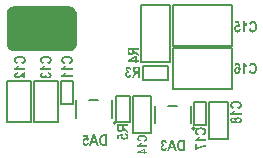
<source format=gbo>
G04*
G04 #@! TF.GenerationSoftware,Altium Limited,Altium Designer,22.7.1 (60)*
G04*
G04 Layer_Color=32896*
%FSLAX43Y43*%
%MOMM*%
G71*
G04*
G04 #@! TF.SameCoordinates,DF1E0758-EE3D-4B36-99E4-D52E4057D36D*
G04*
G04*
G04 #@! TF.FilePolarity,Positive*
G04*
G01*
G75*
%ADD10C,0.200*%
%ADD11C,0.150*%
G36*
X4000Y12016D02*
Y9500D01*
X4000Y9381D01*
X4091Y9160D01*
X4260Y8991D01*
X4481Y8900D01*
X4600D01*
X4600Y8900D01*
X9300Y8900D01*
X9369D01*
X9504Y8927D01*
X9632Y8980D01*
X9746Y9056D01*
X9844Y9154D01*
X9920Y9268D01*
X9973Y9396D01*
X10000Y9531D01*
Y9600D01*
X10000Y9600D01*
X10000Y11950D01*
Y12023D01*
X9971Y12167D01*
X9915Y12303D01*
X9834Y12425D01*
X9730Y12529D01*
X9608Y12610D01*
X9472Y12666D01*
X9328Y12695D01*
X9255Y12695D01*
X9255Y12695D01*
X4679Y12695D01*
X4612Y12695D01*
X4481Y12669D01*
X4357Y12618D01*
X4246Y12543D01*
X4151Y12449D01*
X4077Y12338D01*
X4026Y12214D01*
X4000Y12083D01*
X4000Y12016D01*
Y12016D01*
D02*
G37*
G36*
X9174Y8499D02*
X9214Y8496D01*
X9252Y8490D01*
X9287Y8483D01*
X9319Y8475D01*
X9349Y8466D01*
X9377Y8456D01*
X9401Y8445D01*
X9424Y8435D01*
X9444Y8425D01*
X9460Y8417D01*
X9473Y8408D01*
X9484Y8401D01*
X9493Y8396D01*
X9497Y8393D01*
X9498Y8391D01*
X9520Y8373D01*
X9537Y8353D01*
X9552Y8334D01*
X9566Y8313D01*
X9577Y8291D01*
X9587Y8272D01*
X9594Y8252D01*
X9601Y8232D01*
X9606Y8214D01*
X9610Y8197D01*
X9611Y8181D01*
X9614Y8169D01*
Y8157D01*
X9616Y8150D01*
Y8143D01*
X9614Y8121D01*
X9613Y8100D01*
X9604Y8060D01*
X9593Y8025D01*
X9586Y8009D01*
X9579Y7995D01*
X9572Y7983D01*
X9565Y7971D01*
X9559Y7962D01*
X9553Y7954D01*
X9549Y7947D01*
X9545Y7943D01*
X9544Y7940D01*
X9542Y7939D01*
X9527Y7923D01*
X9511Y7909D01*
X9475Y7885D01*
X9435Y7864D01*
X9397Y7847D01*
X9379Y7840D01*
X9362Y7835D01*
X9346Y7830D01*
X9334Y7826D01*
X9322Y7823D01*
X9314Y7821D01*
X9308Y7819D01*
X9307D01*
X9248Y7973D01*
X9286Y7981D01*
X9317Y7993D01*
X9343Y8002D01*
X9365Y8014D01*
X9382Y8024D01*
X9393Y8032D01*
X9400Y8038D01*
X9403Y8039D01*
X9418Y8056D01*
X9431Y8074D01*
X9439Y8093D01*
X9445Y8110D01*
X9448Y8124D01*
X9449Y8136D01*
X9451Y8143D01*
Y8146D01*
X9449Y8162D01*
X9448Y8176D01*
X9439Y8204D01*
X9427Y8227D01*
X9413Y8246D01*
X9400Y8263D01*
X9387Y8274D01*
X9379Y8281D01*
X9377Y8284D01*
X9376D01*
X9360Y8293D01*
X9343Y8301D01*
X9324Y8308D01*
X9304Y8314D01*
X9262Y8324D01*
X9219Y8329D01*
X9200Y8332D01*
X9181Y8334D01*
X9164Y8335D01*
X9150D01*
X9138Y8336D01*
X9129D01*
X9122D01*
X9121D01*
X9090D01*
X9060Y8334D01*
X9033Y8331D01*
X9009Y8328D01*
X8987Y8324D01*
X8966Y8320D01*
X8947Y8315D01*
X8932Y8310D01*
X8918Y8304D01*
X8905Y8300D01*
X8895Y8296D01*
X8887Y8291D01*
X8881Y8287D01*
X8875Y8286D01*
X8874Y8283D01*
X8873D01*
X8858Y8272D01*
X8847Y8260D01*
X8837Y8249D01*
X8829Y8238D01*
X8815Y8214D01*
X8806Y8191D01*
X8801Y8172D01*
X8798Y8156D01*
X8796Y8150D01*
Y8142D01*
X8798Y8119D01*
X8804Y8100D01*
X8809Y8083D01*
X8818Y8067D01*
X8825Y8055D01*
X8832Y8045D01*
X8837Y8039D01*
X8839Y8038D01*
X8856Y8022D01*
X8874Y8009D01*
X8894Y7998D01*
X8913Y7990D01*
X8930Y7984D01*
X8944Y7980D01*
X8950Y7978D01*
X8954D01*
X8956Y7977D01*
X8957D01*
X8912Y7821D01*
X8890Y7826D01*
X8868Y7833D01*
X8849Y7840D01*
X8829Y7847D01*
X8812Y7856D01*
X8796Y7863D01*
X8784Y7871D01*
X8771Y7878D01*
X8760Y7885D01*
X8750Y7892D01*
X8741Y7898D01*
X8734Y7904D01*
X8730Y7908D01*
X8726Y7911D01*
X8723Y7912D01*
Y7914D01*
X8708Y7930D01*
X8694Y7949D01*
X8681Y7967D01*
X8670Y7985D01*
X8661Y8004D01*
X8654Y8022D01*
X8643Y8057D01*
X8639Y8073D01*
X8636Y8087D01*
X8634Y8100D01*
X8633Y8111D01*
X8632Y8121D01*
Y8133D01*
X8633Y8163D01*
X8637Y8191D01*
X8643Y8217D01*
X8650Y8242D01*
X8660Y8265D01*
X8670Y8286D01*
X8681Y8305D01*
X8691Y8322D01*
X8702Y8338D01*
X8713Y8352D01*
X8723Y8363D01*
X8733Y8373D01*
X8740Y8380D01*
X8746Y8386D01*
X8750Y8389D01*
X8751Y8390D01*
X8778Y8410D01*
X8808Y8427D01*
X8837Y8441D01*
X8868Y8453D01*
X8901Y8465D01*
X8932Y8473D01*
X8963Y8480D01*
X8994Y8486D01*
X9022Y8490D01*
X9047Y8494D01*
X9071Y8497D01*
X9093Y8499D01*
X9108D01*
X9121Y8500D01*
X9129D01*
X9131D01*
X9132D01*
X9174Y8499D01*
D02*
G37*
G36*
X9030Y7639D02*
X9009Y7601D01*
X8985Y7568D01*
X8963Y7540D01*
X8953Y7527D01*
X8943Y7516D01*
X8933Y7506D01*
X8926Y7499D01*
X8919Y7492D01*
X8915Y7488D01*
X8912Y7485D01*
X8911Y7484D01*
X9600D01*
Y7333D01*
X8644D01*
Y7455D01*
X8675Y7467D01*
X8703Y7481D01*
X8729Y7496D01*
X8750Y7512D01*
X8768Y7526D01*
X8782Y7537D01*
X8791Y7546D01*
X8792Y7547D01*
X8794Y7548D01*
X8816Y7574D01*
X8835Y7598D01*
X8850Y7619D01*
X8863Y7639D01*
X8871Y7656D01*
X8878Y7667D01*
X8881Y7675D01*
X8882Y7677D01*
Y7678D01*
X9049D01*
X9030Y7639D01*
D02*
G37*
G36*
Y7031D02*
X9009Y6993D01*
X8985Y6961D01*
X8963Y6932D01*
X8953Y6920D01*
X8943Y6908D01*
X8933Y6899D01*
X8926Y6892D01*
X8919Y6884D01*
X8915Y6880D01*
X8912Y6877D01*
X8911Y6876D01*
X9600D01*
Y6725D01*
X8644D01*
Y6848D01*
X8675Y6859D01*
X8703Y6873D01*
X8729Y6889D01*
X8750Y6904D01*
X8768Y6918D01*
X8782Y6930D01*
X8791Y6938D01*
X8792Y6939D01*
X8794Y6941D01*
X8816Y6966D01*
X8835Y6990D01*
X8850Y7011D01*
X8863Y7031D01*
X8871Y7048D01*
X8878Y7059D01*
X8881Y7068D01*
X8882Y7069D01*
Y7071D01*
X9049D01*
X9030Y7031D01*
D02*
G37*
G36*
X5174Y8499D02*
X5214Y8496D01*
X5252Y8490D01*
X5287Y8483D01*
X5319Y8475D01*
X5349Y8466D01*
X5377Y8456D01*
X5401Y8445D01*
X5424Y8435D01*
X5444Y8425D01*
X5460Y8417D01*
X5473Y8408D01*
X5484Y8401D01*
X5493Y8396D01*
X5497Y8393D01*
X5498Y8391D01*
X5520Y8373D01*
X5537Y8353D01*
X5552Y8334D01*
X5566Y8313D01*
X5577Y8291D01*
X5587Y8272D01*
X5594Y8252D01*
X5601Y8232D01*
X5606Y8214D01*
X5610Y8197D01*
X5611Y8181D01*
X5614Y8169D01*
Y8157D01*
X5616Y8150D01*
Y8143D01*
X5614Y8121D01*
X5613Y8100D01*
X5604Y8060D01*
X5593Y8025D01*
X5586Y8009D01*
X5579Y7995D01*
X5572Y7983D01*
X5565Y7971D01*
X5559Y7962D01*
X5553Y7954D01*
X5549Y7947D01*
X5545Y7943D01*
X5544Y7940D01*
X5542Y7939D01*
X5527Y7923D01*
X5511Y7909D01*
X5475Y7885D01*
X5435Y7864D01*
X5397Y7847D01*
X5379Y7840D01*
X5362Y7835D01*
X5346Y7830D01*
X5334Y7826D01*
X5322Y7823D01*
X5314Y7821D01*
X5308Y7819D01*
X5307D01*
X5248Y7973D01*
X5286Y7981D01*
X5317Y7993D01*
X5343Y8002D01*
X5365Y8014D01*
X5381Y8024D01*
X5393Y8032D01*
X5400Y8038D01*
X5403Y8039D01*
X5418Y8056D01*
X5431Y8074D01*
X5439Y8093D01*
X5445Y8110D01*
X5448Y8124D01*
X5449Y8136D01*
X5451Y8143D01*
Y8146D01*
X5449Y8162D01*
X5448Y8176D01*
X5439Y8204D01*
X5427Y8227D01*
X5413Y8246D01*
X5400Y8263D01*
X5387Y8274D01*
X5379Y8281D01*
X5377Y8284D01*
X5376D01*
X5360Y8293D01*
X5343Y8301D01*
X5324Y8308D01*
X5304Y8314D01*
X5262Y8324D01*
X5219Y8329D01*
X5200Y8332D01*
X5181Y8334D01*
X5164Y8335D01*
X5150D01*
X5138Y8336D01*
X5129D01*
X5122D01*
X5121D01*
X5090D01*
X5060Y8334D01*
X5033Y8331D01*
X5009Y8328D01*
X4987Y8324D01*
X4966Y8320D01*
X4947Y8315D01*
X4932Y8310D01*
X4918Y8304D01*
X4905Y8300D01*
X4895Y8296D01*
X4887Y8291D01*
X4881Y8287D01*
X4875Y8286D01*
X4874Y8283D01*
X4873D01*
X4859Y8272D01*
X4847Y8260D01*
X4837Y8249D01*
X4829Y8238D01*
X4815Y8214D01*
X4806Y8191D01*
X4801Y8172D01*
X4798Y8156D01*
X4796Y8150D01*
Y8142D01*
X4798Y8119D01*
X4804Y8100D01*
X4809Y8083D01*
X4818Y8067D01*
X4825Y8055D01*
X4832Y8045D01*
X4837Y8039D01*
X4839Y8038D01*
X4856Y8022D01*
X4874Y8009D01*
X4894Y7998D01*
X4913Y7990D01*
X4930Y7984D01*
X4944Y7980D01*
X4950Y7978D01*
X4954D01*
X4956Y7977D01*
X4957D01*
X4912Y7821D01*
X4890Y7826D01*
X4868Y7833D01*
X4849Y7840D01*
X4829Y7847D01*
X4812Y7856D01*
X4796Y7863D01*
X4784Y7871D01*
X4771Y7878D01*
X4760Y7885D01*
X4750Y7892D01*
X4741Y7898D01*
X4734Y7904D01*
X4730Y7908D01*
X4726Y7911D01*
X4723Y7912D01*
Y7914D01*
X4708Y7930D01*
X4694Y7949D01*
X4681Y7967D01*
X4670Y7985D01*
X4661Y8004D01*
X4654Y8022D01*
X4643Y8057D01*
X4639Y8073D01*
X4636Y8087D01*
X4634Y8100D01*
X4633Y8111D01*
X4632Y8121D01*
Y8133D01*
X4633Y8163D01*
X4637Y8191D01*
X4643Y8217D01*
X4650Y8242D01*
X4660Y8265D01*
X4670Y8286D01*
X4681Y8305D01*
X4691Y8322D01*
X4702Y8338D01*
X4713Y8352D01*
X4723Y8363D01*
X4733Y8373D01*
X4740Y8380D01*
X4746Y8386D01*
X4750Y8389D01*
X4751Y8390D01*
X4778Y8410D01*
X4808Y8427D01*
X4837Y8441D01*
X4868Y8453D01*
X4901Y8465D01*
X4932Y8473D01*
X4963Y8480D01*
X4994Y8486D01*
X5022Y8490D01*
X5047Y8494D01*
X5071Y8497D01*
X5093Y8499D01*
X5108D01*
X5121Y8500D01*
X5129D01*
X5131D01*
X5132D01*
X5174Y8499D01*
D02*
G37*
G36*
X5030Y7639D02*
X5009Y7601D01*
X4985Y7568D01*
X4963Y7540D01*
X4953Y7527D01*
X4943Y7516D01*
X4933Y7506D01*
X4926Y7499D01*
X4919Y7492D01*
X4915Y7488D01*
X4912Y7485D01*
X4911Y7484D01*
X5600D01*
Y7333D01*
X4644D01*
Y7455D01*
X4675Y7467D01*
X4703Y7481D01*
X4729Y7496D01*
X4750Y7512D01*
X4768Y7526D01*
X4782Y7537D01*
X4791Y7546D01*
X4792Y7547D01*
X4794Y7548D01*
X4816Y7574D01*
X4835Y7598D01*
X4850Y7619D01*
X4863Y7639D01*
X4871Y7656D01*
X4878Y7667D01*
X4881Y7675D01*
X4882Y7677D01*
Y7678D01*
X5049D01*
X5030Y7639D01*
D02*
G37*
G36*
X5600Y6604D02*
X5431D01*
Y6903D01*
X5413Y6893D01*
X5397Y6883D01*
X5391Y6879D01*
X5386Y6875D01*
X5383Y6873D01*
X5381Y6872D01*
X5369Y6862D01*
X5353Y6849D01*
X5336Y6834D01*
X5318Y6818D01*
X5301Y6804D01*
X5287Y6791D01*
X5281Y6787D01*
X5277Y6783D01*
X5276Y6782D01*
X5274Y6780D01*
X5243Y6753D01*
X5215Y6731D01*
X5191Y6711D01*
X5170Y6696D01*
X5155Y6684D01*
X5142Y6676D01*
X5135Y6672D01*
X5132Y6670D01*
X5111Y6659D01*
X5091Y6648D01*
X5073Y6639D01*
X5056Y6632D01*
X5042Y6628D01*
X5032Y6624D01*
X5025Y6621D01*
X5022D01*
X5001Y6615D01*
X4981Y6611D01*
X4961Y6608D01*
X4944Y6605D01*
X4929D01*
X4918Y6604D01*
X4911D01*
X4908D01*
X4888D01*
X4870Y6607D01*
X4836Y6614D01*
X4805Y6624D01*
X4778Y6635D01*
X4756Y6648D01*
X4746Y6653D01*
X4739Y6658D01*
X4733Y6662D01*
X4729Y6665D01*
X4726Y6666D01*
X4725Y6667D01*
X4710Y6680D01*
X4698Y6693D01*
X4688Y6707D01*
X4678Y6722D01*
X4670Y6738D01*
X4664Y6753D01*
X4654Y6783D01*
X4648Y6811D01*
X4647Y6822D01*
X4646Y6834D01*
X4644Y6842D01*
Y6853D01*
X4646Y6873D01*
X4647Y6893D01*
X4655Y6928D01*
X4665Y6959D01*
X4678Y6985D01*
X4691Y7006D01*
X4698Y7013D01*
X4702Y7020D01*
X4706Y7025D01*
X4710Y7030D01*
X4712Y7031D01*
X4713Y7032D01*
X4727Y7045D01*
X4741Y7055D01*
X4775Y7073D01*
X4811Y7087D01*
X4844Y7097D01*
X4861Y7102D01*
X4877Y7106D01*
X4891Y7107D01*
X4902Y7110D01*
X4912Y7111D01*
X4919D01*
X4925Y7113D01*
X4926D01*
X4946Y6963D01*
X4919Y6961D01*
X4897Y6956D01*
X4877Y6951D01*
X4860Y6944D01*
X4844Y6935D01*
X4833Y6927D01*
X4823Y6917D01*
X4815Y6907D01*
X4809Y6897D01*
X4805Y6889D01*
X4799Y6872D01*
X4798Y6866D01*
X4796Y6861D01*
Y6856D01*
X4798Y6841D01*
X4802Y6825D01*
X4806Y6813D01*
X4812Y6803D01*
X4819Y6794D01*
X4823Y6789D01*
X4827Y6784D01*
X4829Y6783D01*
X4842Y6773D01*
X4857Y6766D01*
X4873Y6762D01*
X4888Y6758D01*
X4902Y6756D01*
X4913Y6755D01*
X4921D01*
X4922D01*
X4923D01*
X4944Y6756D01*
X4966Y6760D01*
X4985Y6766D01*
X5002Y6772D01*
X5018Y6777D01*
X5029Y6783D01*
X5036Y6787D01*
X5039Y6789D01*
X5047Y6794D01*
X5057Y6801D01*
X5080Y6818D01*
X5104Y6838D01*
X5129Y6859D01*
X5153Y6879D01*
X5164Y6887D01*
X5173Y6896D01*
X5180Y6901D01*
X5186Y6907D01*
X5190Y6910D01*
X5191Y6911D01*
X5217Y6934D01*
X5242Y6954D01*
X5264Y6973D01*
X5286Y6990D01*
X5307Y7006D01*
X5325Y7018D01*
X5342Y7031D01*
X5358Y7041D01*
X5372Y7051D01*
X5383Y7059D01*
X5394Y7065D01*
X5403Y7071D01*
X5410Y7075D01*
X5414Y7076D01*
X5417Y7079D01*
X5418D01*
X5451Y7093D01*
X5483Y7104D01*
X5514Y7114D01*
X5541Y7120D01*
X5565Y7124D01*
X5575Y7127D01*
X5583Y7128D01*
X5590D01*
X5596Y7130D01*
X5599D01*
X5600D01*
Y6604D01*
D02*
G37*
G36*
X7374Y8499D02*
X7414Y8496D01*
X7452Y8490D01*
X7487Y8483D01*
X7519Y8475D01*
X7549Y8466D01*
X7577Y8456D01*
X7601Y8445D01*
X7624Y8435D01*
X7644Y8425D01*
X7660Y8417D01*
X7673Y8408D01*
X7684Y8401D01*
X7693Y8396D01*
X7697Y8393D01*
X7699Y8391D01*
X7720Y8373D01*
X7737Y8353D01*
X7752Y8334D01*
X7766Y8313D01*
X7777Y8291D01*
X7787Y8272D01*
X7794Y8252D01*
X7801Y8232D01*
X7806Y8214D01*
X7810Y8197D01*
X7811Y8181D01*
X7814Y8169D01*
Y8157D01*
X7816Y8150D01*
Y8143D01*
X7814Y8121D01*
X7813Y8100D01*
X7804Y8060D01*
X7793Y8025D01*
X7786Y8009D01*
X7779Y7995D01*
X7772Y7983D01*
X7765Y7971D01*
X7759Y7962D01*
X7753Y7954D01*
X7749Y7947D01*
X7745Y7943D01*
X7744Y7940D01*
X7742Y7939D01*
X7727Y7923D01*
X7711Y7909D01*
X7675Y7885D01*
X7635Y7864D01*
X7597Y7847D01*
X7579Y7840D01*
X7562Y7835D01*
X7546Y7830D01*
X7534Y7826D01*
X7522Y7823D01*
X7514Y7821D01*
X7508Y7819D01*
X7507D01*
X7448Y7973D01*
X7486Y7981D01*
X7517Y7993D01*
X7543Y8002D01*
X7565Y8014D01*
X7582Y8024D01*
X7593Y8032D01*
X7600Y8038D01*
X7603Y8039D01*
X7618Y8056D01*
X7631Y8074D01*
X7639Y8093D01*
X7645Y8110D01*
X7648Y8124D01*
X7649Y8136D01*
X7651Y8143D01*
Y8146D01*
X7649Y8162D01*
X7648Y8176D01*
X7639Y8204D01*
X7627Y8227D01*
X7613Y8246D01*
X7600Y8263D01*
X7587Y8274D01*
X7579Y8281D01*
X7577Y8284D01*
X7576D01*
X7560Y8293D01*
X7543Y8301D01*
X7524Y8308D01*
X7504Y8314D01*
X7462Y8324D01*
X7419Y8329D01*
X7400Y8332D01*
X7381Y8334D01*
X7364Y8335D01*
X7350D01*
X7338Y8336D01*
X7329D01*
X7322D01*
X7321D01*
X7290D01*
X7260Y8334D01*
X7233Y8331D01*
X7209Y8328D01*
X7187Y8324D01*
X7166Y8320D01*
X7147Y8315D01*
X7132Y8310D01*
X7118Y8304D01*
X7105Y8300D01*
X7095Y8296D01*
X7087Y8291D01*
X7081Y8287D01*
X7075Y8286D01*
X7074Y8283D01*
X7073D01*
X7058Y8272D01*
X7047Y8260D01*
X7037Y8249D01*
X7029Y8238D01*
X7015Y8214D01*
X7006Y8191D01*
X7001Y8172D01*
X6998Y8156D01*
X6996Y8150D01*
Y8142D01*
X6998Y8119D01*
X7004Y8100D01*
X7009Y8083D01*
X7018Y8067D01*
X7025Y8055D01*
X7032Y8045D01*
X7037Y8039D01*
X7039Y8038D01*
X7056Y8022D01*
X7074Y8009D01*
X7094Y7998D01*
X7113Y7990D01*
X7130Y7984D01*
X7144Y7980D01*
X7150Y7978D01*
X7154D01*
X7156Y7977D01*
X7157D01*
X7112Y7821D01*
X7090Y7826D01*
X7068Y7833D01*
X7049Y7840D01*
X7029Y7847D01*
X7012Y7856D01*
X6996Y7863D01*
X6984Y7871D01*
X6971Y7878D01*
X6960Y7885D01*
X6950Y7892D01*
X6941Y7898D01*
X6934Y7904D01*
X6930Y7908D01*
X6926Y7911D01*
X6923Y7912D01*
Y7914D01*
X6908Y7930D01*
X6894Y7949D01*
X6881Y7967D01*
X6870Y7985D01*
X6861Y8004D01*
X6854Y8022D01*
X6843Y8057D01*
X6839Y8073D01*
X6836Y8087D01*
X6834Y8100D01*
X6833Y8111D01*
X6832Y8121D01*
Y8133D01*
X6833Y8163D01*
X6837Y8191D01*
X6843Y8217D01*
X6850Y8242D01*
X6860Y8265D01*
X6870Y8286D01*
X6881Y8305D01*
X6891Y8322D01*
X6902Y8338D01*
X6913Y8352D01*
X6923Y8363D01*
X6933Y8373D01*
X6940Y8380D01*
X6946Y8386D01*
X6950Y8389D01*
X6951Y8390D01*
X6978Y8410D01*
X7008Y8427D01*
X7037Y8441D01*
X7068Y8453D01*
X7101Y8465D01*
X7132Y8473D01*
X7163Y8480D01*
X7194Y8486D01*
X7222Y8490D01*
X7247Y8494D01*
X7271Y8497D01*
X7293Y8499D01*
X7308D01*
X7321Y8500D01*
X7329D01*
X7331D01*
X7332D01*
X7374Y8499D01*
D02*
G37*
G36*
X7230Y7639D02*
X7209Y7601D01*
X7185Y7568D01*
X7163Y7540D01*
X7153Y7527D01*
X7143Y7516D01*
X7133Y7506D01*
X7126Y7499D01*
X7119Y7492D01*
X7115Y7488D01*
X7112Y7485D01*
X7111Y7484D01*
X7800D01*
Y7333D01*
X6844D01*
Y7455D01*
X6875Y7467D01*
X6903Y7481D01*
X6929Y7496D01*
X6950Y7512D01*
X6968Y7526D01*
X6982Y7537D01*
X6991Y7546D01*
X6992Y7547D01*
X6994Y7548D01*
X7016Y7574D01*
X7035Y7598D01*
X7050Y7619D01*
X7063Y7639D01*
X7071Y7656D01*
X7078Y7667D01*
X7081Y7675D01*
X7082Y7677D01*
Y7678D01*
X7249D01*
X7230Y7639D01*
D02*
G37*
G36*
X7591Y7109D02*
X7629Y7099D01*
X7648Y7092D01*
X7663Y7085D01*
X7679Y7078D01*
X7691Y7071D01*
X7704Y7064D01*
X7714Y7056D01*
X7722Y7051D01*
X7731Y7045D01*
X7737Y7041D01*
X7741Y7037D01*
X7742Y7035D01*
X7744Y7034D01*
X7756Y7020D01*
X7768Y7006D01*
X7777Y6992D01*
X7784Y6976D01*
X7799Y6947D01*
X7807Y6920D01*
X7811Y6896D01*
X7813Y6884D01*
X7814Y6876D01*
X7816Y6869D01*
Y6859D01*
X7814Y6839D01*
X7811Y6821D01*
X7807Y6803D01*
X7803Y6784D01*
X7789Y6753D01*
X7773Y6727D01*
X7758Y6704D01*
X7751Y6696D01*
X7744Y6689D01*
X7739Y6683D01*
X7735Y6677D01*
X7732Y6676D01*
X7731Y6674D01*
X7714Y6660D01*
X7697Y6648D01*
X7679Y6638D01*
X7660Y6629D01*
X7625Y6615D01*
X7591Y6605D01*
X7574Y6603D01*
X7560Y6600D01*
X7548Y6598D01*
X7536Y6597D01*
X7528Y6595D01*
X7521D01*
X7517D01*
X7515D01*
X7483Y6597D01*
X7453Y6603D01*
X7428Y6608D01*
X7407Y6617D01*
X7390Y6624D01*
X7377Y6631D01*
X7369Y6636D01*
X7366Y6638D01*
X7345Y6655D01*
X7328Y6672D01*
X7315Y6689D01*
X7304Y6705D01*
X7297Y6721D01*
X7293Y6732D01*
X7290Y6741D01*
X7288Y6742D01*
Y6744D01*
X7274Y6724D01*
X7259Y6707D01*
X7243Y6691D01*
X7230Y6680D01*
X7218Y6670D01*
X7209Y6665D01*
X7204Y6660D01*
X7201Y6659D01*
X7181Y6649D01*
X7161Y6642D01*
X7143Y6636D01*
X7125Y6634D01*
X7111Y6631D01*
X7098Y6629D01*
X7091D01*
X7088D01*
X7071D01*
X7054Y6632D01*
X7023Y6639D01*
X6995Y6649D01*
X6970Y6660D01*
X6949Y6673D01*
X6940Y6679D01*
X6933Y6683D01*
X6927Y6687D01*
X6923Y6690D01*
X6922Y6691D01*
X6920Y6693D01*
X6906Y6705D01*
X6895Y6718D01*
X6885Y6732D01*
X6877Y6746D01*
X6863Y6775D01*
X6854Y6801D01*
X6848Y6827D01*
X6847Y6837D01*
X6846Y6845D01*
X6844Y6853D01*
Y6880D01*
X6847Y6897D01*
X6854Y6928D01*
X6864Y6956D01*
X6874Y6979D01*
X6885Y6997D01*
X6895Y7011D01*
X6902Y7020D01*
X6903Y7021D01*
X6905Y7023D01*
X6916Y7034D01*
X6930Y7044D01*
X6960Y7062D01*
X6991Y7076D01*
X7022Y7087D01*
X7050Y7096D01*
X7061Y7099D01*
X7073Y7102D01*
X7081Y7103D01*
X7088Y7104D01*
X7092Y7106D01*
X7094D01*
X7122Y6968D01*
X7099Y6965D01*
X7081Y6961D01*
X7064Y6955D01*
X7051Y6949D01*
X7042Y6944D01*
X7033Y6939D01*
X7029Y6937D01*
X7027Y6935D01*
X7016Y6924D01*
X7009Y6913D01*
X7004Y6901D01*
X6999Y6892D01*
X6996Y6883D01*
X6995Y6875D01*
Y6869D01*
X6996Y6855D01*
X6999Y6842D01*
X7004Y6831D01*
X7009Y6822D01*
X7015Y6815D01*
X7019Y6810D01*
X7022Y6807D01*
X7023Y6806D01*
X7035Y6797D01*
X7047Y6791D01*
X7060Y6786D01*
X7071Y6783D01*
X7082Y6782D01*
X7091Y6780D01*
X7097D01*
X7099D01*
X7121Y6782D01*
X7139Y6786D01*
X7154Y6791D01*
X7167Y6797D01*
X7177Y6803D01*
X7185Y6808D01*
X7190Y6813D01*
X7191Y6814D01*
X7201Y6828D01*
X7209Y6842D01*
X7214Y6858D01*
X7218Y6873D01*
X7219Y6886D01*
X7221Y6897D01*
Y6907D01*
X7370Y6923D01*
X7366Y6908D01*
X7362Y6896D01*
X7359Y6883D01*
X7357Y6873D01*
X7356Y6866D01*
Y6855D01*
X7357Y6839D01*
X7362Y6825D01*
X7369Y6813D01*
X7376Y6801D01*
X7384Y6793D01*
X7390Y6786D01*
X7395Y6782D01*
X7397Y6780D01*
X7412Y6770D01*
X7431Y6762D01*
X7449Y6756D01*
X7466Y6753D01*
X7481Y6751D01*
X7494Y6749D01*
X7503D01*
X7504D01*
X7505D01*
X7532Y6751D01*
X7555Y6755D01*
X7576Y6759D01*
X7591Y6765D01*
X7605Y6772D01*
X7614Y6776D01*
X7621Y6780D01*
X7622Y6782D01*
X7636Y6794D01*
X7646Y6807D01*
X7653Y6821D01*
X7658Y6834D01*
X7660Y6844D01*
X7663Y6852D01*
Y6861D01*
X7662Y6876D01*
X7658Y6890D01*
X7652Y6903D01*
X7645Y6913D01*
X7639Y6921D01*
X7634Y6928D01*
X7629Y6932D01*
X7628Y6934D01*
X7614Y6944D01*
X7597Y6952D01*
X7580Y6959D01*
X7563Y6963D01*
X7548Y6968D01*
X7536Y6969D01*
X7528Y6970D01*
X7527D01*
X7525D01*
X7546Y7116D01*
X7591Y7109D01*
D02*
G37*
G36*
X15537Y1819D02*
X15571Y1817D01*
X15603Y1812D01*
X15633Y1806D01*
X15661Y1799D01*
X15686Y1792D01*
X15710Y1783D01*
X15731Y1774D01*
X15750Y1765D01*
X15767Y1757D01*
X15781Y1750D01*
X15792Y1742D01*
X15801Y1736D01*
X15809Y1732D01*
X15812Y1729D01*
X15814Y1728D01*
X15832Y1712D01*
X15846Y1695D01*
X15859Y1679D01*
X15871Y1661D01*
X15881Y1643D01*
X15889Y1626D01*
X15895Y1609D01*
X15901Y1592D01*
X15905Y1577D01*
X15908Y1562D01*
X15910Y1549D01*
X15912Y1538D01*
Y1528D01*
X15913Y1522D01*
Y1516D01*
X15912Y1497D01*
X15911Y1479D01*
X15904Y1446D01*
X15894Y1416D01*
X15888Y1402D01*
X15882Y1390D01*
X15876Y1380D01*
X15870Y1370D01*
X15865Y1361D01*
X15860Y1355D01*
X15857Y1349D01*
X15853Y1346D01*
X15852Y1343D01*
X15851Y1342D01*
X15838Y1329D01*
X15824Y1317D01*
X15793Y1297D01*
X15759Y1279D01*
X15727Y1264D01*
X15711Y1258D01*
X15697Y1253D01*
X15684Y1250D01*
X15673Y1246D01*
X15663Y1244D01*
X15656Y1241D01*
X15651Y1240D01*
X15650D01*
X15600Y1371D01*
X15632Y1378D01*
X15659Y1388D01*
X15681Y1396D01*
X15699Y1406D01*
X15714Y1414D01*
X15723Y1422D01*
X15729Y1426D01*
X15732Y1428D01*
X15745Y1442D01*
X15756Y1458D01*
X15763Y1473D01*
X15768Y1488D01*
X15770Y1500D01*
X15771Y1510D01*
X15773Y1516D01*
Y1519D01*
X15771Y1532D01*
X15770Y1544D01*
X15763Y1568D01*
X15752Y1587D01*
X15740Y1604D01*
X15729Y1619D01*
X15719Y1628D01*
X15711Y1634D01*
X15710Y1637D01*
X15709D01*
X15696Y1644D01*
X15681Y1651D01*
X15665Y1657D01*
X15648Y1662D01*
X15612Y1670D01*
X15576Y1675D01*
X15559Y1677D01*
X15543Y1679D01*
X15529Y1680D01*
X15517D01*
X15506Y1681D01*
X15499D01*
X15493D01*
X15492D01*
X15465D01*
X15440Y1679D01*
X15417Y1676D01*
X15397Y1674D01*
X15377Y1670D01*
X15359Y1667D01*
X15344Y1663D01*
X15331Y1658D01*
X15319Y1653D01*
X15308Y1650D01*
X15299Y1646D01*
X15292Y1643D01*
X15287Y1639D01*
X15282Y1638D01*
X15281Y1635D01*
X15280D01*
X15268Y1626D01*
X15258Y1616D01*
X15250Y1607D01*
X15243Y1597D01*
X15231Y1577D01*
X15224Y1557D01*
X15219Y1541D01*
X15216Y1527D01*
X15215Y1522D01*
Y1515D01*
X15216Y1496D01*
X15221Y1479D01*
X15226Y1465D01*
X15233Y1452D01*
X15239Y1441D01*
X15245Y1432D01*
X15250Y1428D01*
X15251Y1426D01*
X15266Y1413D01*
X15281Y1402D01*
X15298Y1393D01*
X15315Y1386D01*
X15329Y1381D01*
X15341Y1377D01*
X15346Y1376D01*
X15350D01*
X15351Y1375D01*
X15352D01*
X15314Y1241D01*
X15294Y1246D01*
X15276Y1252D01*
X15260Y1258D01*
X15243Y1264D01*
X15228Y1271D01*
X15215Y1277D01*
X15204Y1285D01*
X15194Y1291D01*
X15184Y1297D01*
X15176Y1303D01*
X15168Y1307D01*
X15162Y1312D01*
X15159Y1316D01*
X15155Y1318D01*
X15153Y1319D01*
Y1321D01*
X15139Y1335D01*
X15127Y1351D01*
X15117Y1366D01*
X15107Y1382D01*
X15100Y1398D01*
X15094Y1413D01*
X15084Y1443D01*
X15081Y1456D01*
X15078Y1468D01*
X15077Y1479D01*
X15076Y1489D01*
X15075Y1497D01*
Y1508D01*
X15076Y1533D01*
X15079Y1557D01*
X15084Y1579D01*
X15090Y1601D01*
X15099Y1620D01*
X15107Y1638D01*
X15117Y1655D01*
X15125Y1669D01*
X15135Y1682D01*
X15144Y1694D01*
X15153Y1704D01*
X15161Y1712D01*
X15167Y1718D01*
X15172Y1723D01*
X15176Y1726D01*
X15177Y1727D01*
X15200Y1744D01*
X15225Y1758D01*
X15250Y1770D01*
X15276Y1781D01*
X15304Y1790D01*
X15331Y1798D01*
X15357Y1804D01*
X15383Y1808D01*
X15407Y1812D01*
X15429Y1816D01*
X15449Y1818D01*
X15467Y1819D01*
X15481D01*
X15492Y1820D01*
X15499D01*
X15500D01*
X15501D01*
X15537Y1819D01*
D02*
G37*
G36*
X15415Y1086D02*
X15397Y1054D01*
X15376Y1026D01*
X15357Y1002D01*
X15349Y991D01*
X15340Y982D01*
X15332Y973D01*
X15326Y967D01*
X15320Y961D01*
X15316Y958D01*
X15314Y955D01*
X15313Y954D01*
X15900D01*
Y826D01*
X15085D01*
Y930D01*
X15112Y940D01*
X15136Y952D01*
X15158Y965D01*
X15176Y978D01*
X15191Y990D01*
X15203Y1000D01*
X15210Y1007D01*
X15212Y1008D01*
X15213Y1009D01*
X15232Y1031D01*
X15248Y1052D01*
X15261Y1070D01*
X15272Y1086D01*
X15279Y1101D01*
X15285Y1110D01*
X15287Y1118D01*
X15288Y1119D01*
Y1120D01*
X15430D01*
X15415Y1086D01*
D02*
G37*
G36*
X15737Y386D02*
X15900D01*
Y262D01*
X15737D01*
Y179D01*
X15600D01*
Y262D01*
X15085D01*
Y370D01*
X15601Y659D01*
X15737D01*
Y386D01*
D02*
G37*
G36*
X23790Y10944D02*
X23669Y10923D01*
X23659Y10936D01*
X23649Y10945D01*
X23639Y10955D01*
X23630Y10962D01*
X23610Y10975D01*
X23592Y10984D01*
X23576Y10988D01*
X23565Y10991D01*
X23556Y10992D01*
X23553D01*
X23535Y10991D01*
X23520Y10985D01*
X23504Y10978D01*
X23493Y10971D01*
X23483Y10962D01*
X23476Y10955D01*
X23472Y10950D01*
X23470Y10948D01*
X23459Y10930D01*
X23451Y10910D01*
X23445Y10888D01*
X23441Y10867D01*
X23438Y10847D01*
X23436Y10831D01*
Y10824D01*
Y10820D01*
Y10817D01*
Y10816D01*
X23438Y10783D01*
X23442Y10754D01*
X23448Y10730D01*
X23453Y10710D01*
X23459Y10696D01*
X23465Y10685D01*
X23469Y10679D01*
X23470Y10676D01*
X23483Y10661D01*
X23496Y10651D01*
X23510Y10642D01*
X23522Y10637D01*
X23532Y10634D01*
X23541Y10633D01*
X23548Y10631D01*
X23549D01*
X23563Y10633D01*
X23576Y10637D01*
X23589Y10642D01*
X23599Y10649D01*
X23607Y10655D01*
X23614Y10661D01*
X23618Y10665D01*
X23620Y10666D01*
X23631Y10680D01*
X23639Y10697D01*
X23647Y10713D01*
X23651Y10728D01*
X23654Y10742D01*
X23656Y10755D01*
X23658Y10762D01*
Y10765D01*
X23807Y10745D01*
X23800Y10702D01*
X23795Y10680D01*
X23789Y10662D01*
X23782Y10645D01*
X23775Y10630D01*
X23768Y10614D01*
X23761Y10601D01*
X23754Y10590D01*
X23747Y10580D01*
X23741Y10572D01*
X23735Y10565D01*
X23731Y10559D01*
X23727Y10555D01*
X23725Y10554D01*
X23724Y10552D01*
X23710Y10541D01*
X23696Y10530D01*
X23668Y10513D01*
X23638Y10501D01*
X23611Y10493D01*
X23587Y10489D01*
X23576Y10486D01*
X23568D01*
X23561Y10484D01*
X23551D01*
X23527Y10486D01*
X23506Y10489D01*
X23484Y10494D01*
X23466Y10501D01*
X23448Y10508D01*
X23432Y10517D01*
X23417Y10527D01*
X23404Y10537D01*
X23393Y10547D01*
X23381Y10556D01*
X23373Y10565D01*
X23366Y10572D01*
X23360Y10579D01*
X23356Y10585D01*
X23355Y10587D01*
X23353Y10589D01*
X23341Y10609D01*
X23329Y10630D01*
X23321Y10649D01*
X23312Y10669D01*
X23300Y10709D01*
X23291Y10744D01*
X23288Y10761D01*
X23287Y10775D01*
X23284Y10788D01*
Y10799D01*
X23283Y10807D01*
Y10814D01*
Y10819D01*
Y10820D01*
X23284Y10848D01*
X23286Y10875D01*
X23290Y10899D01*
X23295Y10923D01*
X23301Y10944D01*
X23308Y10965D01*
X23317Y10984D01*
X23324Y11000D01*
X23331Y11015D01*
X23339Y11027D01*
X23346Y11038D01*
X23352Y11048D01*
X23358Y11055D01*
X23360Y11061D01*
X23363Y11064D01*
X23365Y11065D01*
X23377Y11078D01*
X23390Y11089D01*
X23403Y11099D01*
X23417Y11108D01*
X23444Y11120D01*
X23467Y11130D01*
X23490Y11134D01*
X23498Y11136D01*
X23507Y11137D01*
X23514Y11139D01*
X23522D01*
X23542Y11137D01*
X23561Y11133D01*
X23577Y11129D01*
X23593Y11123D01*
X23607Y11116D01*
X23617Y11112D01*
X23623Y11108D01*
X23625Y11106D01*
X23600Y11270D01*
X23318D01*
Y11440D01*
X23714D01*
X23790Y10944D01*
D02*
G37*
G36*
X24167Y11425D02*
X24181Y11397D01*
X24196Y11371D01*
X24212Y11350D01*
X24226Y11332D01*
X24237Y11318D01*
X24246Y11309D01*
X24247Y11308D01*
X24248Y11306D01*
X24274Y11284D01*
X24298Y11265D01*
X24319Y11250D01*
X24339Y11237D01*
X24356Y11229D01*
X24367Y11222D01*
X24375Y11219D01*
X24377Y11218D01*
X24378D01*
Y11051D01*
X24339Y11070D01*
X24301Y11091D01*
X24268Y11115D01*
X24240Y11137D01*
X24227Y11147D01*
X24216Y11157D01*
X24206Y11167D01*
X24199Y11174D01*
X24192Y11181D01*
X24188Y11185D01*
X24185Y11188D01*
X24184Y11189D01*
Y10500D01*
X24033D01*
Y11456D01*
X24155D01*
X24167Y11425D01*
D02*
G37*
G36*
X24863Y11467D02*
X24891Y11463D01*
X24917Y11457D01*
X24942Y11450D01*
X24965Y11440D01*
X24986Y11430D01*
X25005Y11419D01*
X25022Y11409D01*
X25038Y11398D01*
X25052Y11387D01*
X25063Y11377D01*
X25073Y11367D01*
X25080Y11360D01*
X25086Y11354D01*
X25089Y11350D01*
X25090Y11349D01*
X25110Y11322D01*
X25127Y11292D01*
X25141Y11263D01*
X25153Y11232D01*
X25165Y11199D01*
X25173Y11168D01*
X25180Y11137D01*
X25186Y11106D01*
X25190Y11078D01*
X25194Y11053D01*
X25197Y11029D01*
X25199Y11007D01*
Y10992D01*
X25200Y10979D01*
Y10971D01*
Y10969D01*
Y10968D01*
X25199Y10926D01*
X25196Y10886D01*
X25190Y10848D01*
X25183Y10813D01*
X25175Y10781D01*
X25166Y10751D01*
X25156Y10723D01*
X25145Y10699D01*
X25135Y10676D01*
X25125Y10656D01*
X25117Y10640D01*
X25108Y10627D01*
X25101Y10616D01*
X25096Y10607D01*
X25093Y10603D01*
X25091Y10601D01*
X25073Y10580D01*
X25053Y10563D01*
X25034Y10548D01*
X25013Y10534D01*
X24991Y10523D01*
X24972Y10513D01*
X24952Y10506D01*
X24932Y10499D01*
X24914Y10494D01*
X24897Y10490D01*
X24881Y10489D01*
X24869Y10486D01*
X24857D01*
X24850Y10484D01*
X24843D01*
X24821Y10486D01*
X24800Y10487D01*
X24760Y10496D01*
X24725Y10507D01*
X24709Y10514D01*
X24695Y10521D01*
X24683Y10528D01*
X24671Y10535D01*
X24661Y10541D01*
X24654Y10547D01*
X24647Y10551D01*
X24643Y10555D01*
X24640Y10556D01*
X24639Y10558D01*
X24623Y10573D01*
X24609Y10589D01*
X24585Y10625D01*
X24564Y10665D01*
X24547Y10703D01*
X24540Y10721D01*
X24535Y10738D01*
X24530Y10754D01*
X24526Y10766D01*
X24523Y10778D01*
X24521Y10786D01*
X24519Y10792D01*
Y10793D01*
X24673Y10852D01*
X24681Y10814D01*
X24693Y10783D01*
X24702Y10757D01*
X24714Y10735D01*
X24724Y10719D01*
X24732Y10707D01*
X24738Y10700D01*
X24739Y10697D01*
X24756Y10682D01*
X24774Y10669D01*
X24793Y10661D01*
X24810Y10655D01*
X24824Y10652D01*
X24836Y10651D01*
X24843Y10649D01*
X24846D01*
X24862Y10651D01*
X24876Y10652D01*
X24904Y10661D01*
X24927Y10673D01*
X24946Y10687D01*
X24963Y10700D01*
X24974Y10713D01*
X24982Y10721D01*
X24984Y10723D01*
Y10724D01*
X24993Y10740D01*
X25001Y10757D01*
X25008Y10776D01*
X25014Y10796D01*
X25024Y10838D01*
X25029Y10881D01*
X25032Y10900D01*
X25034Y10919D01*
X25035Y10936D01*
Y10950D01*
X25036Y10962D01*
Y10971D01*
Y10978D01*
Y10979D01*
Y11010D01*
X25034Y11040D01*
X25031Y11067D01*
X25028Y11091D01*
X25024Y11113D01*
X25020Y11134D01*
X25015Y11153D01*
X25010Y11168D01*
X25004Y11182D01*
X25000Y11195D01*
X24996Y11205D01*
X24991Y11213D01*
X24987Y11219D01*
X24986Y11225D01*
X24983Y11226D01*
Y11227D01*
X24972Y11241D01*
X24960Y11253D01*
X24949Y11263D01*
X24938Y11271D01*
X24914Y11285D01*
X24891Y11294D01*
X24872Y11299D01*
X24856Y11302D01*
X24850Y11304D01*
X24842D01*
X24819Y11302D01*
X24800Y11296D01*
X24783Y11291D01*
X24767Y11282D01*
X24755Y11275D01*
X24745Y11268D01*
X24739Y11263D01*
X24738Y11261D01*
X24722Y11244D01*
X24709Y11226D01*
X24698Y11206D01*
X24690Y11187D01*
X24684Y11170D01*
X24680Y11156D01*
X24678Y11150D01*
Y11146D01*
X24677Y11144D01*
Y11143D01*
X24521Y11188D01*
X24526Y11210D01*
X24533Y11232D01*
X24540Y11251D01*
X24547Y11271D01*
X24556Y11288D01*
X24563Y11304D01*
X24571Y11316D01*
X24578Y11329D01*
X24585Y11340D01*
X24592Y11350D01*
X24598Y11359D01*
X24604Y11366D01*
X24608Y11370D01*
X24611Y11374D01*
X24612Y11377D01*
X24614D01*
X24630Y11392D01*
X24649Y11406D01*
X24667Y11419D01*
X24685Y11430D01*
X24704Y11439D01*
X24722Y11446D01*
X24757Y11457D01*
X24773Y11461D01*
X24787Y11464D01*
X24800Y11466D01*
X24811Y11467D01*
X24821Y11468D01*
X24833D01*
X24863Y11467D01*
D02*
G37*
G36*
X24167Y7895D02*
X24181Y7867D01*
X24196Y7841D01*
X24212Y7820D01*
X24226Y7802D01*
X24237Y7788D01*
X24246Y7779D01*
X24247Y7778D01*
X24248Y7777D01*
X24274Y7754D01*
X24298Y7736D01*
X24319Y7720D01*
X24339Y7707D01*
X24356Y7699D01*
X24367Y7692D01*
X24375Y7689D01*
X24377Y7688D01*
X24378D01*
Y7521D01*
X24339Y7540D01*
X24301Y7561D01*
X24268Y7585D01*
X24240Y7607D01*
X24227Y7617D01*
X24216Y7627D01*
X24206Y7637D01*
X24199Y7644D01*
X24192Y7651D01*
X24188Y7655D01*
X24185Y7658D01*
X24184Y7660D01*
Y6970D01*
X24033D01*
Y7926D01*
X24155D01*
X24167Y7895D01*
D02*
G37*
G36*
X23548Y7925D02*
X23570Y7922D01*
X23590Y7915D01*
X23610Y7908D01*
X23645Y7889D01*
X23661Y7879D01*
X23675Y7868D01*
X23687Y7857D01*
X23699Y7847D01*
X23709Y7837D01*
X23717Y7829D01*
X23723Y7822D01*
X23727Y7816D01*
X23730Y7812D01*
X23731Y7810D01*
X23745Y7788D01*
X23756Y7761D01*
X23768Y7733D01*
X23776Y7703D01*
X23790Y7641D01*
X23800Y7579D01*
X23803Y7550D01*
X23806Y7523D01*
X23807Y7499D01*
X23809Y7476D01*
X23810Y7459D01*
Y7445D01*
Y7437D01*
Y7435D01*
Y7434D01*
X23809Y7387D01*
X23807Y7344D01*
X23803Y7304D01*
X23799Y7268D01*
X23792Y7234D01*
X23786Y7204D01*
X23779Y7176D01*
X23772Y7152D01*
X23765Y7131D01*
X23758Y7114D01*
X23751Y7098D01*
X23745Y7086D01*
X23741Y7077D01*
X23737Y7070D01*
X23735Y7066D01*
X23734Y7065D01*
X23718Y7045D01*
X23703Y7028D01*
X23687Y7014D01*
X23670Y7001D01*
X23655Y6990D01*
X23638Y6981D01*
X23623Y6974D01*
X23607Y6969D01*
X23580Y6960D01*
X23569Y6958D01*
X23559Y6956D01*
X23551D01*
X23545Y6955D01*
X23539D01*
X23520Y6956D01*
X23501Y6959D01*
X23483Y6963D01*
X23466Y6967D01*
X23435Y6981D01*
X23410Y6997D01*
X23389Y7012D01*
X23380Y7020D01*
X23373Y7027D01*
X23367Y7031D01*
X23363Y7035D01*
X23362Y7038D01*
X23360Y7039D01*
X23348Y7056D01*
X23336Y7075D01*
X23327Y7093D01*
X23318Y7113D01*
X23305Y7152D01*
X23295Y7189D01*
X23293Y7207D01*
X23291Y7223D01*
X23290Y7238D01*
X23288Y7251D01*
X23287Y7261D01*
Y7268D01*
Y7273D01*
Y7275D01*
X23288Y7300D01*
X23290Y7325D01*
X23293Y7348D01*
X23298Y7371D01*
X23303Y7390D01*
X23308Y7409D01*
X23315Y7426D01*
X23321Y7441D01*
X23328Y7455D01*
X23334Y7468D01*
X23341Y7478D01*
X23345Y7486D01*
X23349Y7493D01*
X23353Y7497D01*
X23355Y7500D01*
X23356Y7502D01*
X23369Y7517D01*
X23383Y7530D01*
X23396Y7541D01*
X23410Y7551D01*
X23422Y7559D01*
X23436Y7567D01*
X23460Y7576D01*
X23483Y7583D01*
X23491Y7585D01*
X23500Y7586D01*
X23507Y7588D01*
X23515D01*
X23531Y7586D01*
X23545Y7585D01*
X23559Y7581D01*
X23570Y7578D01*
X23579Y7574D01*
X23587Y7569D01*
X23592Y7568D01*
X23593Y7567D01*
X23606Y7558D01*
X23617Y7548D01*
X23627Y7538D01*
X23637Y7528D01*
X23644Y7520D01*
X23649Y7513D01*
X23654Y7507D01*
X23655Y7506D01*
X23654Y7535D01*
X23651Y7562D01*
X23648Y7586D01*
X23645Y7607D01*
X23642Y7627D01*
X23638Y7645D01*
X23635Y7661D01*
X23631Y7675D01*
X23628Y7686D01*
X23625Y7696D01*
X23621Y7705D01*
X23620Y7710D01*
X23617Y7716D01*
X23615Y7719D01*
X23614Y7722D01*
X23601Y7740D01*
X23587Y7753D01*
X23575Y7762D01*
X23562Y7768D01*
X23551Y7772D01*
X23542Y7774D01*
X23535Y7775D01*
X23534D01*
X23521Y7774D01*
X23508Y7771D01*
X23498Y7765D01*
X23489Y7758D01*
X23473Y7741D01*
X23463Y7723D01*
X23455Y7703D01*
X23451Y7686D01*
X23449Y7679D01*
X23448Y7674D01*
Y7671D01*
Y7669D01*
X23303Y7689D01*
X23311Y7731D01*
X23321Y7767D01*
X23334Y7798D01*
X23346Y7823D01*
X23359Y7841D01*
X23369Y7855D01*
X23376Y7864D01*
X23379Y7867D01*
X23401Y7886D01*
X23427Y7901D01*
X23451Y7912D01*
X23475Y7919D01*
X23494Y7923D01*
X23511Y7925D01*
X23517Y7926D01*
X23525D01*
X23548Y7925D01*
D02*
G37*
G36*
X24863Y7937D02*
X24891Y7933D01*
X24917Y7927D01*
X24942Y7920D01*
X24965Y7910D01*
X24986Y7901D01*
X25005Y7889D01*
X25022Y7879D01*
X25038Y7868D01*
X25052Y7857D01*
X25063Y7847D01*
X25073Y7837D01*
X25080Y7830D01*
X25086Y7824D01*
X25089Y7820D01*
X25090Y7819D01*
X25110Y7792D01*
X25127Y7762D01*
X25141Y7733D01*
X25153Y7702D01*
X25165Y7669D01*
X25173Y7638D01*
X25180Y7607D01*
X25186Y7576D01*
X25190Y7548D01*
X25194Y7523D01*
X25197Y7499D01*
X25199Y7478D01*
Y7462D01*
X25200Y7449D01*
Y7441D01*
Y7440D01*
Y7438D01*
X25199Y7396D01*
X25196Y7356D01*
X25190Y7318D01*
X25183Y7283D01*
X25175Y7251D01*
X25166Y7221D01*
X25156Y7193D01*
X25145Y7169D01*
X25135Y7146D01*
X25125Y7127D01*
X25117Y7110D01*
X25108Y7097D01*
X25101Y7086D01*
X25096Y7077D01*
X25093Y7073D01*
X25091Y7072D01*
X25073Y7051D01*
X25053Y7034D01*
X25034Y7018D01*
X25013Y7004D01*
X24991Y6993D01*
X24972Y6983D01*
X24952Y6976D01*
X24932Y6969D01*
X24914Y6965D01*
X24897Y6960D01*
X24881Y6959D01*
X24869Y6956D01*
X24857D01*
X24850Y6955D01*
X24843D01*
X24821Y6956D01*
X24800Y6958D01*
X24760Y6966D01*
X24725Y6977D01*
X24709Y6984D01*
X24695Y6991D01*
X24683Y6998D01*
X24671Y7005D01*
X24661Y7011D01*
X24654Y7017D01*
X24647Y7021D01*
X24643Y7025D01*
X24640Y7027D01*
X24639Y7028D01*
X24623Y7043D01*
X24609Y7059D01*
X24585Y7096D01*
X24564Y7135D01*
X24547Y7173D01*
X24540Y7192D01*
X24535Y7208D01*
X24530Y7224D01*
X24526Y7237D01*
X24523Y7248D01*
X24521Y7256D01*
X24519Y7262D01*
Y7263D01*
X24673Y7323D01*
X24681Y7285D01*
X24693Y7254D01*
X24702Y7227D01*
X24714Y7206D01*
X24724Y7189D01*
X24732Y7177D01*
X24738Y7170D01*
X24739Y7168D01*
X24756Y7152D01*
X24774Y7139D01*
X24793Y7131D01*
X24810Y7125D01*
X24824Y7122D01*
X24836Y7121D01*
X24843Y7120D01*
X24846D01*
X24862Y7121D01*
X24876Y7122D01*
X24904Y7131D01*
X24927Y7144D01*
X24946Y7158D01*
X24963Y7170D01*
X24974Y7183D01*
X24982Y7192D01*
X24984Y7193D01*
Y7194D01*
X24993Y7210D01*
X25001Y7227D01*
X25008Y7247D01*
X25014Y7266D01*
X25024Y7309D01*
X25029Y7351D01*
X25032Y7371D01*
X25034Y7389D01*
X25035Y7406D01*
Y7420D01*
X25036Y7433D01*
Y7441D01*
Y7448D01*
Y7449D01*
Y7481D01*
X25034Y7510D01*
X25031Y7537D01*
X25028Y7561D01*
X25024Y7583D01*
X25020Y7605D01*
X25015Y7623D01*
X25010Y7638D01*
X25004Y7652D01*
X25000Y7665D01*
X24996Y7675D01*
X24991Y7684D01*
X24987Y7689D01*
X24986Y7695D01*
X24983Y7696D01*
Y7698D01*
X24972Y7712D01*
X24960Y7723D01*
X24949Y7733D01*
X24938Y7741D01*
X24914Y7755D01*
X24891Y7764D01*
X24872Y7769D01*
X24856Y7772D01*
X24850Y7774D01*
X24842D01*
X24819Y7772D01*
X24800Y7767D01*
X24783Y7761D01*
X24767Y7753D01*
X24755Y7746D01*
X24745Y7738D01*
X24739Y7733D01*
X24738Y7731D01*
X24722Y7715D01*
X24709Y7696D01*
X24698Y7676D01*
X24690Y7657D01*
X24684Y7640D01*
X24680Y7626D01*
X24678Y7620D01*
Y7616D01*
X24677Y7614D01*
Y7613D01*
X24521Y7658D01*
X24526Y7681D01*
X24533Y7702D01*
X24540Y7722D01*
X24547Y7741D01*
X24556Y7758D01*
X24563Y7774D01*
X24571Y7786D01*
X24578Y7799D01*
X24585Y7810D01*
X24592Y7820D01*
X24598Y7829D01*
X24604Y7836D01*
X24608Y7840D01*
X24611Y7844D01*
X24612Y7847D01*
X24614D01*
X24630Y7863D01*
X24649Y7877D01*
X24667Y7889D01*
X24685Y7901D01*
X24704Y7909D01*
X24722Y7916D01*
X24757Y7927D01*
X24773Y7932D01*
X24787Y7934D01*
X24800Y7936D01*
X24811Y7937D01*
X24821Y7939D01*
X24833D01*
X24863Y7937D01*
D02*
G37*
G36*
X20474Y2449D02*
X20514Y2446D01*
X20552Y2440D01*
X20587Y2433D01*
X20619Y2425D01*
X20649Y2416D01*
X20677Y2406D01*
X20701Y2395D01*
X20724Y2385D01*
X20744Y2375D01*
X20760Y2367D01*
X20773Y2358D01*
X20784Y2351D01*
X20793Y2346D01*
X20797Y2343D01*
X20799Y2341D01*
X20820Y2323D01*
X20837Y2303D01*
X20852Y2284D01*
X20866Y2262D01*
X20877Y2241D01*
X20887Y2222D01*
X20894Y2202D01*
X20901Y2182D01*
X20906Y2164D01*
X20910Y2147D01*
X20911Y2131D01*
X20914Y2119D01*
Y2107D01*
X20916Y2100D01*
Y2093D01*
X20914Y2071D01*
X20913Y2050D01*
X20904Y2010D01*
X20893Y1975D01*
X20886Y1959D01*
X20879Y1945D01*
X20872Y1933D01*
X20865Y1921D01*
X20859Y1911D01*
X20853Y1904D01*
X20849Y1897D01*
X20845Y1893D01*
X20844Y1890D01*
X20842Y1889D01*
X20827Y1873D01*
X20811Y1859D01*
X20775Y1835D01*
X20735Y1814D01*
X20697Y1797D01*
X20679Y1790D01*
X20662Y1785D01*
X20646Y1780D01*
X20634Y1776D01*
X20622Y1773D01*
X20614Y1770D01*
X20608Y1769D01*
X20607D01*
X20548Y1923D01*
X20586Y1931D01*
X20617Y1942D01*
X20643Y1952D01*
X20665Y1964D01*
X20681Y1973D01*
X20693Y1982D01*
X20700Y1988D01*
X20703Y1989D01*
X20718Y2006D01*
X20731Y2024D01*
X20739Y2043D01*
X20745Y2059D01*
X20748Y2074D01*
X20749Y2086D01*
X20751Y2093D01*
Y2096D01*
X20749Y2112D01*
X20748Y2126D01*
X20739Y2154D01*
X20727Y2176D01*
X20713Y2196D01*
X20700Y2213D01*
X20687Y2224D01*
X20679Y2231D01*
X20677Y2234D01*
X20676D01*
X20660Y2243D01*
X20643Y2251D01*
X20624Y2258D01*
X20604Y2264D01*
X20562Y2274D01*
X20519Y2279D01*
X20500Y2282D01*
X20481Y2284D01*
X20464Y2285D01*
X20450D01*
X20438Y2286D01*
X20429D01*
X20422D01*
X20421D01*
X20390D01*
X20360Y2284D01*
X20333Y2281D01*
X20309Y2278D01*
X20287Y2274D01*
X20266Y2270D01*
X20247Y2265D01*
X20232Y2260D01*
X20218Y2254D01*
X20205Y2250D01*
X20195Y2246D01*
X20187Y2241D01*
X20181Y2237D01*
X20175Y2236D01*
X20174Y2233D01*
X20173D01*
X20159Y2222D01*
X20147Y2210D01*
X20137Y2199D01*
X20129Y2188D01*
X20115Y2164D01*
X20106Y2141D01*
X20101Y2122D01*
X20098Y2106D01*
X20096Y2100D01*
Y2092D01*
X20098Y2069D01*
X20104Y2050D01*
X20109Y2033D01*
X20118Y2017D01*
X20125Y2004D01*
X20132Y1995D01*
X20137Y1989D01*
X20139Y1988D01*
X20156Y1972D01*
X20174Y1959D01*
X20194Y1948D01*
X20213Y1940D01*
X20230Y1934D01*
X20244Y1930D01*
X20250Y1928D01*
X20254D01*
X20256Y1927D01*
X20257D01*
X20212Y1770D01*
X20190Y1776D01*
X20168Y1783D01*
X20149Y1790D01*
X20129Y1797D01*
X20112Y1806D01*
X20096Y1813D01*
X20084Y1821D01*
X20071Y1828D01*
X20060Y1835D01*
X20050Y1842D01*
X20041Y1848D01*
X20034Y1854D01*
X20030Y1858D01*
X20026Y1861D01*
X20023Y1862D01*
Y1864D01*
X20008Y1880D01*
X19994Y1899D01*
X19981Y1917D01*
X19970Y1935D01*
X19961Y1954D01*
X19954Y1972D01*
X19943Y2007D01*
X19939Y2023D01*
X19936Y2037D01*
X19934Y2050D01*
X19933Y2061D01*
X19932Y2071D01*
Y2083D01*
X19933Y2113D01*
X19937Y2141D01*
X19943Y2167D01*
X19950Y2192D01*
X19960Y2215D01*
X19970Y2236D01*
X19981Y2255D01*
X19991Y2272D01*
X20002Y2288D01*
X20013Y2302D01*
X20023Y2313D01*
X20033Y2323D01*
X20040Y2330D01*
X20046Y2336D01*
X20050Y2339D01*
X20051Y2340D01*
X20078Y2360D01*
X20108Y2377D01*
X20137Y2391D01*
X20168Y2403D01*
X20201Y2415D01*
X20232Y2423D01*
X20263Y2430D01*
X20294Y2436D01*
X20322Y2440D01*
X20347Y2444D01*
X20371Y2447D01*
X20393Y2449D01*
X20408D01*
X20421Y2450D01*
X20429D01*
X20431D01*
X20432D01*
X20474Y2449D01*
D02*
G37*
G36*
X20330Y1589D02*
X20309Y1551D01*
X20285Y1518D01*
X20263Y1490D01*
X20253Y1477D01*
X20243Y1466D01*
X20233Y1456D01*
X20226Y1449D01*
X20219Y1442D01*
X20215Y1438D01*
X20212Y1435D01*
X20211Y1434D01*
X20900D01*
Y1283D01*
X19944D01*
Y1405D01*
X19975Y1417D01*
X20003Y1431D01*
X20029Y1446D01*
X20050Y1462D01*
X20068Y1476D01*
X20082Y1487D01*
X20091Y1496D01*
X20092Y1497D01*
X20094Y1498D01*
X20116Y1524D01*
X20135Y1548D01*
X20150Y1569D01*
X20163Y1589D01*
X20171Y1606D01*
X20178Y1617D01*
X20181Y1625D01*
X20182Y1627D01*
Y1628D01*
X20349D01*
X20330Y1589D01*
D02*
G37*
G36*
X20129Y720D02*
X20191Y758D01*
X20256Y791D01*
X20316Y820D01*
X20346Y833D01*
X20373Y844D01*
X20400Y854D01*
X20422Y864D01*
X20443Y871D01*
X20462Y878D01*
X20476Y882D01*
X20487Y887D01*
X20493Y888D01*
X20495Y889D01*
X20570Y911D01*
X20643Y926D01*
X20679Y932D01*
X20713Y937D01*
X20744Y942D01*
X20773Y946D01*
X20800Y949D01*
X20825Y951D01*
X20846Y953D01*
X20865Y954D01*
X20880D01*
X20892Y956D01*
X20897D01*
X20900D01*
Y812D01*
X20851Y810D01*
X20800Y806D01*
X20751Y801D01*
X20728Y798D01*
X20705Y794D01*
X20686Y791D01*
X20667Y788D01*
X20650Y785D01*
X20636Y782D01*
X20625Y779D01*
X20617Y778D01*
X20611Y777D01*
X20610D01*
X20550Y763D01*
X20495Y746D01*
X20469Y737D01*
X20443Y730D01*
X20421Y722D01*
X20400Y713D01*
X20380Y706D01*
X20361Y699D01*
X20346Y692D01*
X20333Y688D01*
X20323Y682D01*
X20315Y679D01*
X20311Y677D01*
X20309D01*
X20284Y664D01*
X20260Y653D01*
X20237Y640D01*
X20216Y629D01*
X20198Y617D01*
X20180Y607D01*
X20164Y598D01*
X20149Y588D01*
X20136Y579D01*
X20125Y572D01*
X20116Y565D01*
X20108Y560D01*
X20102Y554D01*
X20096Y551D01*
X20095Y548D01*
X20094D01*
X19960D01*
Y1060D01*
X20129D01*
Y720D01*
D02*
G37*
G36*
X23474Y4694D02*
X23514Y4691D01*
X23552Y4685D01*
X23587Y4678D01*
X23619Y4670D01*
X23649Y4661D01*
X23677Y4651D01*
X23701Y4640D01*
X23724Y4630D01*
X23744Y4620D01*
X23760Y4612D01*
X23773Y4603D01*
X23784Y4596D01*
X23793Y4591D01*
X23797Y4588D01*
X23799Y4586D01*
X23820Y4568D01*
X23837Y4548D01*
X23852Y4529D01*
X23866Y4508D01*
X23877Y4486D01*
X23887Y4467D01*
X23894Y4447D01*
X23901Y4427D01*
X23906Y4409D01*
X23910Y4392D01*
X23911Y4376D01*
X23914Y4364D01*
Y4352D01*
X23916Y4345D01*
Y4338D01*
X23914Y4316D01*
X23913Y4295D01*
X23904Y4255D01*
X23893Y4220D01*
X23886Y4204D01*
X23879Y4190D01*
X23872Y4178D01*
X23865Y4166D01*
X23859Y4156D01*
X23853Y4149D01*
X23849Y4142D01*
X23845Y4138D01*
X23844Y4135D01*
X23842Y4134D01*
X23827Y4118D01*
X23811Y4104D01*
X23775Y4080D01*
X23735Y4059D01*
X23697Y4042D01*
X23679Y4035D01*
X23662Y4030D01*
X23646Y4025D01*
X23634Y4021D01*
X23622Y4018D01*
X23614Y4016D01*
X23608Y4014D01*
X23607D01*
X23548Y4168D01*
X23586Y4176D01*
X23617Y4187D01*
X23643Y4197D01*
X23665Y4209D01*
X23681Y4219D01*
X23693Y4227D01*
X23700Y4233D01*
X23703Y4234D01*
X23718Y4251D01*
X23731Y4269D01*
X23739Y4288D01*
X23745Y4305D01*
X23748Y4319D01*
X23749Y4331D01*
X23751Y4338D01*
Y4341D01*
X23749Y4357D01*
X23748Y4371D01*
X23739Y4399D01*
X23727Y4422D01*
X23713Y4441D01*
X23700Y4458D01*
X23687Y4469D01*
X23679Y4476D01*
X23677Y4479D01*
X23676D01*
X23660Y4488D01*
X23643Y4496D01*
X23624Y4503D01*
X23604Y4509D01*
X23562Y4519D01*
X23519Y4524D01*
X23500Y4527D01*
X23481Y4529D01*
X23464Y4530D01*
X23450D01*
X23438Y4531D01*
X23429D01*
X23422D01*
X23421D01*
X23390D01*
X23360Y4529D01*
X23333Y4526D01*
X23309Y4523D01*
X23287Y4519D01*
X23266Y4515D01*
X23247Y4510D01*
X23232Y4505D01*
X23218Y4499D01*
X23205Y4495D01*
X23195Y4491D01*
X23187Y4486D01*
X23181Y4482D01*
X23175Y4481D01*
X23174Y4478D01*
X23173D01*
X23159Y4467D01*
X23147Y4455D01*
X23137Y4444D01*
X23129Y4433D01*
X23115Y4409D01*
X23106Y4386D01*
X23101Y4367D01*
X23098Y4351D01*
X23096Y4345D01*
Y4337D01*
X23098Y4314D01*
X23104Y4295D01*
X23109Y4278D01*
X23118Y4262D01*
X23125Y4250D01*
X23132Y4240D01*
X23137Y4234D01*
X23139Y4233D01*
X23156Y4217D01*
X23174Y4204D01*
X23194Y4193D01*
X23213Y4185D01*
X23230Y4179D01*
X23244Y4175D01*
X23250Y4173D01*
X23254D01*
X23256Y4172D01*
X23257D01*
X23212Y4016D01*
X23190Y4021D01*
X23168Y4028D01*
X23149Y4035D01*
X23129Y4042D01*
X23112Y4051D01*
X23096Y4058D01*
X23084Y4066D01*
X23071Y4073D01*
X23060Y4080D01*
X23050Y4087D01*
X23041Y4093D01*
X23034Y4099D01*
X23030Y4103D01*
X23026Y4106D01*
X23023Y4107D01*
Y4109D01*
X23008Y4125D01*
X22994Y4144D01*
X22981Y4162D01*
X22970Y4180D01*
X22961Y4199D01*
X22954Y4217D01*
X22943Y4252D01*
X22939Y4268D01*
X22936Y4282D01*
X22934Y4295D01*
X22933Y4306D01*
X22932Y4316D01*
Y4328D01*
X22933Y4358D01*
X22937Y4386D01*
X22943Y4412D01*
X22950Y4437D01*
X22960Y4460D01*
X22970Y4481D01*
X22981Y4500D01*
X22991Y4517D01*
X23002Y4533D01*
X23013Y4547D01*
X23023Y4558D01*
X23033Y4568D01*
X23040Y4575D01*
X23046Y4581D01*
X23050Y4584D01*
X23051Y4585D01*
X23078Y4605D01*
X23108Y4622D01*
X23137Y4636D01*
X23168Y4648D01*
X23201Y4660D01*
X23232Y4668D01*
X23263Y4675D01*
X23294Y4681D01*
X23322Y4685D01*
X23347Y4689D01*
X23371Y4692D01*
X23393Y4694D01*
X23408D01*
X23421Y4695D01*
X23429D01*
X23431D01*
X23432D01*
X23474Y4694D01*
D02*
G37*
G36*
X23330Y3834D02*
X23309Y3796D01*
X23285Y3763D01*
X23263Y3735D01*
X23253Y3722D01*
X23243Y3711D01*
X23233Y3701D01*
X23226Y3694D01*
X23219Y3687D01*
X23215Y3683D01*
X23212Y3680D01*
X23211Y3679D01*
X23900D01*
Y3528D01*
X22944D01*
Y3650D01*
X22975Y3662D01*
X23003Y3676D01*
X23029Y3691D01*
X23050Y3707D01*
X23068Y3721D01*
X23082Y3732D01*
X23091Y3741D01*
X23092Y3742D01*
X23094Y3743D01*
X23116Y3769D01*
X23135Y3793D01*
X23150Y3814D01*
X23163Y3834D01*
X23171Y3851D01*
X23178Y3862D01*
X23181Y3870D01*
X23182Y3872D01*
Y3873D01*
X23349D01*
X23330Y3834D01*
D02*
G37*
G36*
X23650Y3304D02*
X23673Y3302D01*
X23715Y3294D01*
X23734Y3288D01*
X23752Y3282D01*
X23767Y3275D01*
X23782Y3268D01*
X23794Y3261D01*
X23806Y3254D01*
X23815Y3249D01*
X23824Y3243D01*
X23830Y3239D01*
X23834Y3235D01*
X23837Y3233D01*
X23838Y3232D01*
X23852Y3218D01*
X23863Y3202D01*
X23873Y3187D01*
X23883Y3171D01*
X23897Y3140D01*
X23906Y3110D01*
X23911Y3085D01*
X23913Y3074D01*
X23914Y3064D01*
X23916Y3057D01*
Y3046D01*
X23914Y3019D01*
X23910Y2995D01*
X23904Y2972D01*
X23897Y2954D01*
X23892Y2938D01*
X23886Y2926D01*
X23882Y2919D01*
X23880Y2916D01*
X23866Y2895D01*
X23849Y2878D01*
X23832Y2862D01*
X23815Y2850D01*
X23800Y2838D01*
X23789Y2831D01*
X23780Y2827D01*
X23779Y2826D01*
X23777D01*
X23751Y2814D01*
X23724Y2806D01*
X23698Y2800D01*
X23673Y2796D01*
X23652Y2793D01*
X23643D01*
X23636Y2792D01*
X23629D01*
X23625D01*
X23622D01*
X23621D01*
X23590Y2793D01*
X23562Y2798D01*
X23538Y2803D01*
X23517Y2809D01*
X23500Y2814D01*
X23487Y2820D01*
X23480Y2824D01*
X23477Y2826D01*
X23456Y2840D01*
X23438Y2855D01*
X23422Y2872D01*
X23409Y2888D01*
X23398Y2903D01*
X23391Y2915D01*
X23387Y2923D01*
X23385Y2924D01*
Y2926D01*
X23374Y2909D01*
X23361Y2892D01*
X23349Y2879D01*
X23336Y2868D01*
X23325Y2858D01*
X23316Y2853D01*
X23311Y2848D01*
X23308Y2847D01*
X23288Y2837D01*
X23267Y2830D01*
X23247Y2824D01*
X23229Y2822D01*
X23212Y2819D01*
X23199Y2817D01*
X23191D01*
X23190D01*
X23188D01*
X23170D01*
X23151Y2820D01*
X23119Y2827D01*
X23089Y2837D01*
X23064Y2847D01*
X23044Y2858D01*
X23036Y2864D01*
X23029Y2868D01*
X23023Y2872D01*
X23019Y2875D01*
X23018Y2876D01*
X23016Y2878D01*
X23003Y2889D01*
X22992Y2902D01*
X22982Y2916D01*
X22974Y2930D01*
X22961Y2958D01*
X22953Y2986D01*
X22948Y3012D01*
X22947Y3023D01*
X22946Y3033D01*
X22944Y3040D01*
Y3051D01*
X22946Y3071D01*
X22947Y3089D01*
X22954Y3123D01*
X22965Y3153D01*
X22978Y3177D01*
X22991Y3196D01*
X23001Y3211D01*
X23006Y3215D01*
X23009Y3219D01*
X23010Y3220D01*
X23012Y3222D01*
X23025Y3233D01*
X23039Y3243D01*
X23067Y3259D01*
X23096Y3270D01*
X23126Y3277D01*
X23150Y3282D01*
X23161Y3284D01*
X23171D01*
X23178Y3285D01*
X23184D01*
X23188D01*
X23190D01*
X23215Y3284D01*
X23237Y3281D01*
X23257Y3277D01*
X23274Y3271D01*
X23288Y3267D01*
X23299Y3263D01*
X23305Y3260D01*
X23308Y3259D01*
X23325Y3247D01*
X23340Y3233D01*
X23354Y3220D01*
X23366Y3206D01*
X23374Y3194D01*
X23380Y3184D01*
X23384Y3178D01*
X23385Y3175D01*
X23398Y3198D01*
X23414Y3218D01*
X23429Y3235D01*
X23445Y3247D01*
X23459Y3259D01*
X23470Y3267D01*
X23477Y3271D01*
X23479Y3273D01*
X23480D01*
X23504Y3284D01*
X23529Y3291D01*
X23553Y3297D01*
X23576Y3301D01*
X23597Y3304D01*
X23612Y3305D01*
X23618D01*
X23622D01*
X23625D01*
X23627D01*
X23650Y3304D01*
D02*
G37*
G36*
X17344Y1403D02*
X17375Y1396D01*
X17403Y1386D01*
X17425Y1376D01*
X17444Y1365D01*
X17458Y1355D01*
X17466Y1348D01*
X17468Y1347D01*
X17469Y1345D01*
X17480Y1334D01*
X17490Y1320D01*
X17508Y1290D01*
X17523Y1259D01*
X17534Y1228D01*
X17542Y1200D01*
X17545Y1189D01*
X17548Y1177D01*
X17549Y1169D01*
X17551Y1162D01*
X17552Y1158D01*
Y1156D01*
X17414Y1128D01*
X17411Y1151D01*
X17407Y1169D01*
X17401Y1186D01*
X17396Y1199D01*
X17390Y1208D01*
X17386Y1217D01*
X17383Y1221D01*
X17382Y1223D01*
X17370Y1234D01*
X17359Y1241D01*
X17348Y1246D01*
X17338Y1251D01*
X17329Y1254D01*
X17321Y1255D01*
X17315D01*
X17301Y1254D01*
X17289Y1251D01*
X17277Y1246D01*
X17269Y1241D01*
X17262Y1235D01*
X17256Y1231D01*
X17253Y1228D01*
X17252Y1227D01*
X17243Y1215D01*
X17238Y1203D01*
X17232Y1190D01*
X17229Y1179D01*
X17228Y1168D01*
X17227Y1159D01*
Y1153D01*
Y1151D01*
X17228Y1129D01*
X17232Y1111D01*
X17238Y1096D01*
X17243Y1083D01*
X17249Y1073D01*
X17255Y1065D01*
X17259Y1060D01*
X17260Y1059D01*
X17274Y1049D01*
X17289Y1041D01*
X17304Y1036D01*
X17320Y1032D01*
X17332Y1031D01*
X17344Y1029D01*
X17353D01*
X17369Y880D01*
X17355Y884D01*
X17342Y888D01*
X17329Y891D01*
X17320Y893D01*
X17313Y894D01*
X17301D01*
X17286Y893D01*
X17272Y888D01*
X17259Y881D01*
X17248Y874D01*
X17239Y866D01*
X17232Y860D01*
X17228Y855D01*
X17227Y853D01*
X17217Y838D01*
X17208Y819D01*
X17203Y801D01*
X17200Y784D01*
X17197Y769D01*
X17195Y756D01*
Y747D01*
Y746D01*
Y745D01*
X17197Y718D01*
X17201Y695D01*
X17205Y674D01*
X17211Y659D01*
X17218Y645D01*
X17222Y636D01*
X17227Y629D01*
X17228Y628D01*
X17241Y614D01*
X17253Y604D01*
X17267Y597D01*
X17280Y592D01*
X17290Y590D01*
X17298Y587D01*
X17307D01*
X17322Y588D01*
X17336Y592D01*
X17349Y598D01*
X17359Y605D01*
X17367Y611D01*
X17375Y616D01*
X17379Y621D01*
X17380Y622D01*
X17390Y636D01*
X17399Y653D01*
X17406Y670D01*
X17410Y687D01*
X17414Y702D01*
X17415Y714D01*
X17417Y722D01*
Y723D01*
Y725D01*
X17562Y704D01*
X17555Y659D01*
X17545Y621D01*
X17538Y602D01*
X17531Y587D01*
X17524Y571D01*
X17517Y559D01*
X17510Y546D01*
X17503Y536D01*
X17497Y528D01*
X17492Y519D01*
X17487Y513D01*
X17483Y509D01*
X17482Y508D01*
X17480Y506D01*
X17466Y494D01*
X17452Y482D01*
X17438Y473D01*
X17422Y466D01*
X17393Y451D01*
X17366Y443D01*
X17342Y439D01*
X17331Y437D01*
X17322Y436D01*
X17315Y434D01*
X17305D01*
X17286Y436D01*
X17267Y439D01*
X17249Y443D01*
X17231Y447D01*
X17200Y461D01*
X17173Y477D01*
X17150Y492D01*
X17142Y499D01*
X17135Y506D01*
X17129Y511D01*
X17124Y515D01*
X17122Y518D01*
X17121Y519D01*
X17107Y536D01*
X17094Y553D01*
X17084Y571D01*
X17076Y590D01*
X17062Y625D01*
X17052Y659D01*
X17049Y676D01*
X17046Y690D01*
X17045Y702D01*
X17043Y714D01*
X17042Y722D01*
Y729D01*
Y733D01*
Y735D01*
X17043Y767D01*
X17049Y797D01*
X17055Y822D01*
X17063Y843D01*
X17070Y860D01*
X17077Y873D01*
X17083Y881D01*
X17084Y884D01*
X17101Y905D01*
X17118Y922D01*
X17135Y935D01*
X17152Y946D01*
X17167Y953D01*
X17179Y957D01*
X17187Y960D01*
X17188Y962D01*
X17190D01*
X17170Y976D01*
X17153Y991D01*
X17138Y1007D01*
X17126Y1020D01*
X17117Y1032D01*
X17111Y1041D01*
X17107Y1046D01*
X17105Y1049D01*
X17095Y1069D01*
X17088Y1089D01*
X17083Y1107D01*
X17080Y1125D01*
X17077Y1139D01*
X17076Y1152D01*
Y1159D01*
Y1162D01*
Y1179D01*
X17079Y1196D01*
X17086Y1227D01*
X17095Y1255D01*
X17107Y1280D01*
X17119Y1301D01*
X17125Y1310D01*
X17129Y1317D01*
X17133Y1323D01*
X17136Y1327D01*
X17138Y1328D01*
X17139Y1330D01*
X17152Y1344D01*
X17164Y1355D01*
X17179Y1365D01*
X17193Y1373D01*
X17221Y1387D01*
X17248Y1396D01*
X17273Y1402D01*
X17283Y1403D01*
X17291Y1404D01*
X17300Y1406D01*
X17327D01*
X17344Y1403D01*
D02*
G37*
G36*
X19100Y450D02*
X18804D01*
X18770Y451D01*
X18739Y454D01*
X18712Y458D01*
X18690Y464D01*
X18671Y468D01*
X18659Y473D01*
X18650Y475D01*
X18647Y477D01*
X18625Y488D01*
X18605Y501D01*
X18588Y513D01*
X18573Y526D01*
X18562Y537D01*
X18552Y547D01*
X18546Y553D01*
X18545Y556D01*
X18529Y577D01*
X18515Y601D01*
X18502Y625D01*
X18492Y649D01*
X18484Y669D01*
X18478Y685D01*
X18476Y692D01*
X18474Y697D01*
X18473Y700D01*
Y701D01*
X18463Y736D01*
X18456Y773D01*
X18452Y809D01*
X18447Y843D01*
Y859D01*
X18446Y873D01*
Y886D01*
X18444Y895D01*
Y904D01*
Y911D01*
Y915D01*
Y917D01*
X18446Y966D01*
X18449Y1010D01*
X18450Y1031D01*
X18453Y1049D01*
X18456Y1066D01*
X18457Y1082D01*
X18460Y1096D01*
X18463Y1108D01*
X18466Y1120D01*
X18467Y1128D01*
X18468Y1135D01*
X18470Y1141D01*
X18471Y1144D01*
Y1145D01*
X18483Y1179D01*
X18494Y1208D01*
X18507Y1234D01*
X18519Y1255D01*
X18529Y1273D01*
X18538Y1286D01*
X18543Y1293D01*
X18546Y1296D01*
X18564Y1316D01*
X18581Y1332D01*
X18600Y1347D01*
X18615Y1358D01*
X18629Y1366D01*
X18639Y1373D01*
X18646Y1376D01*
X18649Y1378D01*
X18671Y1386D01*
X18698Y1392D01*
X18725Y1397D01*
X18752Y1400D01*
X18776Y1402D01*
X18786D01*
X18794Y1403D01*
X19100D01*
Y450D01*
D02*
G37*
G36*
X18391D02*
X18223D01*
X18160Y666D01*
X17844D01*
X17776Y450D01*
X17606D01*
X17920Y1403D01*
X18088D01*
X18391Y450D01*
D02*
G37*
G36*
X10937Y1349D02*
X10815Y1328D01*
X10806Y1341D01*
X10796Y1350D01*
X10786Y1360D01*
X10776Y1367D01*
X10756Y1380D01*
X10738Y1389D01*
X10722Y1393D01*
X10711Y1396D01*
X10703Y1397D01*
X10700D01*
X10681Y1396D01*
X10666Y1390D01*
X10650Y1383D01*
X10639Y1376D01*
X10629Y1367D01*
X10622Y1360D01*
X10618Y1355D01*
X10617Y1353D01*
X10605Y1335D01*
X10597Y1315D01*
X10591Y1293D01*
X10587Y1272D01*
X10584Y1252D01*
X10583Y1236D01*
Y1229D01*
Y1225D01*
Y1222D01*
Y1221D01*
X10584Y1188D01*
X10588Y1159D01*
X10594Y1135D01*
X10600Y1115D01*
X10605Y1101D01*
X10611Y1090D01*
X10615Y1084D01*
X10617Y1081D01*
X10629Y1066D01*
X10642Y1056D01*
X10656Y1047D01*
X10669Y1042D01*
X10679Y1039D01*
X10687Y1038D01*
X10694Y1036D01*
X10696D01*
X10710Y1038D01*
X10722Y1042D01*
X10735Y1047D01*
X10745Y1054D01*
X10753Y1060D01*
X10760Y1066D01*
X10765Y1070D01*
X10766Y1071D01*
X10777Y1085D01*
X10786Y1102D01*
X10793Y1118D01*
X10797Y1133D01*
X10800Y1147D01*
X10803Y1160D01*
X10804Y1167D01*
Y1170D01*
X10954Y1150D01*
X10947Y1107D01*
X10941Y1085D01*
X10935Y1067D01*
X10928Y1050D01*
X10921Y1035D01*
X10914Y1019D01*
X10907Y1007D01*
X10900Y995D01*
X10893Y985D01*
X10887Y977D01*
X10882Y970D01*
X10877Y964D01*
X10873Y960D01*
X10872Y959D01*
X10870Y957D01*
X10856Y946D01*
X10842Y935D01*
X10814Y918D01*
X10784Y906D01*
X10758Y898D01*
X10734Y894D01*
X10722Y891D01*
X10714D01*
X10707Y890D01*
X10697D01*
X10673Y891D01*
X10652Y894D01*
X10631Y899D01*
X10612Y906D01*
X10594Y913D01*
X10579Y922D01*
X10563Y932D01*
X10550Y942D01*
X10539Y952D01*
X10528Y961D01*
X10519Y970D01*
X10512Y977D01*
X10507Y984D01*
X10502Y990D01*
X10501Y992D01*
X10500Y994D01*
X10487Y1014D01*
X10476Y1035D01*
X10467Y1054D01*
X10459Y1074D01*
X10446Y1114D01*
X10438Y1149D01*
X10435Y1166D01*
X10433Y1180D01*
X10431Y1193D01*
Y1204D01*
X10429Y1212D01*
Y1219D01*
Y1224D01*
Y1225D01*
X10431Y1253D01*
X10432Y1280D01*
X10436Y1304D01*
X10442Y1328D01*
X10447Y1349D01*
X10455Y1370D01*
X10463Y1389D01*
X10470Y1405D01*
X10477Y1420D01*
X10486Y1432D01*
X10493Y1444D01*
X10498Y1453D01*
X10504Y1460D01*
X10507Y1466D01*
X10510Y1469D01*
X10511Y1470D01*
X10524Y1483D01*
X10536Y1494D01*
X10549Y1504D01*
X10563Y1513D01*
X10590Y1525D01*
X10614Y1535D01*
X10636Y1539D01*
X10645Y1541D01*
X10653Y1542D01*
X10660Y1544D01*
X10669D01*
X10689Y1542D01*
X10707Y1538D01*
X10724Y1534D01*
X10739Y1528D01*
X10753Y1521D01*
X10763Y1517D01*
X10769Y1513D01*
X10772Y1511D01*
X10746Y1675D01*
X10464D01*
Y1845D01*
X10861D01*
X10937Y1349D01*
D02*
G37*
G36*
X12500Y905D02*
X12204D01*
X12170Y906D01*
X12139Y909D01*
X12112Y913D01*
X12090Y919D01*
X12071Y923D01*
X12059Y928D01*
X12050Y930D01*
X12047Y932D01*
X12025Y943D01*
X12005Y956D01*
X11988Y968D01*
X11973Y981D01*
X11962Y992D01*
X11952Y1002D01*
X11946Y1008D01*
X11945Y1011D01*
X11929Y1032D01*
X11915Y1056D01*
X11902Y1080D01*
X11892Y1104D01*
X11884Y1124D01*
X11878Y1140D01*
X11876Y1147D01*
X11874Y1152D01*
X11873Y1155D01*
Y1156D01*
X11863Y1191D01*
X11856Y1228D01*
X11852Y1264D01*
X11847Y1298D01*
Y1314D01*
X11846Y1328D01*
Y1341D01*
X11844Y1350D01*
Y1359D01*
Y1366D01*
Y1370D01*
Y1372D01*
X11846Y1421D01*
X11849Y1465D01*
X11850Y1486D01*
X11853Y1504D01*
X11856Y1521D01*
X11857Y1537D01*
X11860Y1551D01*
X11863Y1563D01*
X11866Y1575D01*
X11867Y1583D01*
X11868Y1590D01*
X11870Y1596D01*
X11871Y1599D01*
Y1600D01*
X11883Y1634D01*
X11894Y1663D01*
X11907Y1689D01*
X11919Y1710D01*
X11929Y1728D01*
X11938Y1741D01*
X11943Y1748D01*
X11946Y1751D01*
X11964Y1771D01*
X11981Y1787D01*
X12000Y1802D01*
X12015Y1813D01*
X12029Y1821D01*
X12039Y1828D01*
X12046Y1831D01*
X12049Y1833D01*
X12071Y1841D01*
X12098Y1847D01*
X12125Y1852D01*
X12152Y1855D01*
X12176Y1857D01*
X12186D01*
X12194Y1858D01*
X12500D01*
Y905D01*
D02*
G37*
G36*
X11791D02*
X11623D01*
X11560Y1121D01*
X11244D01*
X11176Y905D01*
X11006D01*
X11320Y1858D01*
X11488D01*
X11791Y905D01*
D02*
G37*
G36*
X14345Y7603D02*
X14376Y7596D01*
X14405Y7586D01*
X14427Y7576D01*
X14446Y7565D01*
X14460Y7555D01*
X14468Y7548D01*
X14470Y7547D01*
X14471Y7545D01*
X14482Y7534D01*
X14492Y7520D01*
X14510Y7490D01*
X14524Y7459D01*
X14536Y7428D01*
X14544Y7400D01*
X14547Y7389D01*
X14550Y7377D01*
X14551Y7369D01*
X14553Y7362D01*
X14554Y7358D01*
Y7356D01*
X14416Y7328D01*
X14413Y7351D01*
X14409Y7369D01*
X14403Y7386D01*
X14398Y7399D01*
X14392Y7408D01*
X14388Y7417D01*
X14385Y7421D01*
X14384Y7423D01*
X14372Y7434D01*
X14361Y7441D01*
X14350Y7446D01*
X14340Y7451D01*
X14331Y7454D01*
X14323Y7455D01*
X14317D01*
X14303Y7454D01*
X14290Y7451D01*
X14279Y7446D01*
X14271Y7441D01*
X14264Y7435D01*
X14258Y7431D01*
X14255Y7428D01*
X14254Y7427D01*
X14245Y7415D01*
X14240Y7403D01*
X14234Y7390D01*
X14231Y7379D01*
X14230Y7368D01*
X14228Y7359D01*
Y7353D01*
Y7351D01*
X14230Y7329D01*
X14234Y7311D01*
X14240Y7296D01*
X14245Y7283D01*
X14251Y7273D01*
X14257Y7265D01*
X14261Y7260D01*
X14262Y7259D01*
X14276Y7249D01*
X14290Y7241D01*
X14306Y7236D01*
X14321Y7232D01*
X14334Y7231D01*
X14345Y7229D01*
X14355D01*
X14371Y7080D01*
X14357Y7084D01*
X14344Y7088D01*
X14331Y7091D01*
X14321Y7093D01*
X14314Y7094D01*
X14303D01*
X14288Y7093D01*
X14274Y7088D01*
X14261Y7081D01*
X14250Y7074D01*
X14241Y7066D01*
X14234Y7060D01*
X14230Y7055D01*
X14228Y7053D01*
X14219Y7038D01*
X14210Y7019D01*
X14204Y7001D01*
X14202Y6984D01*
X14199Y6969D01*
X14197Y6956D01*
Y6947D01*
Y6946D01*
Y6945D01*
X14199Y6918D01*
X14203Y6895D01*
X14207Y6874D01*
X14213Y6859D01*
X14220Y6845D01*
X14224Y6836D01*
X14228Y6829D01*
X14230Y6828D01*
X14243Y6814D01*
X14255Y6804D01*
X14269Y6797D01*
X14282Y6792D01*
X14292Y6790D01*
X14300Y6787D01*
X14309D01*
X14324Y6788D01*
X14338Y6792D01*
X14351Y6798D01*
X14361Y6805D01*
X14369Y6811D01*
X14376Y6816D01*
X14381Y6821D01*
X14382Y6822D01*
X14392Y6836D01*
X14400Y6853D01*
X14407Y6870D01*
X14412Y6887D01*
X14416Y6902D01*
X14417Y6914D01*
X14419Y6922D01*
Y6923D01*
Y6925D01*
X14564Y6904D01*
X14557Y6859D01*
X14547Y6821D01*
X14540Y6802D01*
X14533Y6787D01*
X14526Y6771D01*
X14519Y6759D01*
X14512Y6746D01*
X14505Y6736D01*
X14499Y6728D01*
X14493Y6719D01*
X14489Y6713D01*
X14485Y6709D01*
X14484Y6708D01*
X14482Y6706D01*
X14468Y6694D01*
X14454Y6682D01*
X14440Y6673D01*
X14424Y6666D01*
X14395Y6651D01*
X14368Y6643D01*
X14344Y6639D01*
X14333Y6637D01*
X14324Y6636D01*
X14317Y6634D01*
X14307D01*
X14288Y6636D01*
X14269Y6639D01*
X14251Y6643D01*
X14233Y6647D01*
X14202Y6661D01*
X14175Y6677D01*
X14152Y6692D01*
X14144Y6699D01*
X14137Y6706D01*
X14131Y6711D01*
X14126Y6715D01*
X14124Y6718D01*
X14123Y6719D01*
X14109Y6736D01*
X14096Y6753D01*
X14086Y6771D01*
X14078Y6790D01*
X14064Y6825D01*
X14054Y6859D01*
X14051Y6876D01*
X14048Y6890D01*
X14047Y6902D01*
X14045Y6914D01*
X14044Y6922D01*
Y6929D01*
Y6933D01*
Y6935D01*
X14045Y6967D01*
X14051Y6997D01*
X14056Y7022D01*
X14065Y7043D01*
X14072Y7060D01*
X14079Y7073D01*
X14085Y7081D01*
X14086Y7084D01*
X14103Y7105D01*
X14120Y7122D01*
X14137Y7135D01*
X14154Y7146D01*
X14169Y7153D01*
X14181Y7157D01*
X14189Y7160D01*
X14190Y7162D01*
X14192D01*
X14172Y7176D01*
X14155Y7191D01*
X14140Y7207D01*
X14128Y7220D01*
X14118Y7232D01*
X14113Y7241D01*
X14109Y7246D01*
X14107Y7249D01*
X14097Y7269D01*
X14090Y7289D01*
X14085Y7307D01*
X14082Y7325D01*
X14079Y7339D01*
X14078Y7352D01*
Y7359D01*
Y7362D01*
Y7379D01*
X14080Y7396D01*
X14087Y7427D01*
X14097Y7455D01*
X14109Y7480D01*
X14121Y7501D01*
X14127Y7510D01*
X14131Y7517D01*
X14135Y7523D01*
X14138Y7527D01*
X14140Y7528D01*
X14141Y7530D01*
X14154Y7544D01*
X14166Y7555D01*
X14181Y7565D01*
X14195Y7573D01*
X14223Y7587D01*
X14250Y7596D01*
X14275Y7602D01*
X14285Y7603D01*
X14293Y7604D01*
X14302Y7606D01*
X14329D01*
X14345Y7603D01*
D02*
G37*
G36*
X15313Y6650D02*
X15155D01*
Y7048D01*
X15104D01*
X15088Y7046D01*
X15074Y7045D01*
X15063Y7042D01*
X15055Y7040D01*
X15049Y7038D01*
X15046Y7036D01*
X15045D01*
X15035Y7032D01*
X15026Y7025D01*
X15012Y7012D01*
X15007Y7007D01*
X15002Y7001D01*
X15000Y6998D01*
X14998Y6997D01*
X14994Y6991D01*
X14988Y6983D01*
X14981Y6974D01*
X14976Y6964D01*
X14961Y6940D01*
X14947Y6916D01*
X14935Y6894D01*
X14929Y6884D01*
X14923Y6876D01*
X14919Y6869D01*
X14916Y6863D01*
X14914Y6859D01*
Y6857D01*
X14801Y6650D01*
X14610D01*
X14706Y6835D01*
X14716Y6854D01*
X14726Y6874D01*
X14736Y6891D01*
X14744Y6907D01*
X14753Y6921D01*
X14760Y6933D01*
X14773Y6954D01*
X14782Y6970D01*
X14791Y6981D01*
X14795Y6988D01*
X14797Y6990D01*
X14809Y7005D01*
X14823Y7021D01*
X14837Y7035D01*
X14850Y7046D01*
X14861Y7056D01*
X14871Y7063D01*
X14877Y7069D01*
X14880Y7070D01*
X14844Y7079D01*
X14815Y7090D01*
X14788Y7104D01*
X14767Y7119D01*
X14750Y7132D01*
X14737Y7143D01*
X14730Y7152D01*
X14727Y7153D01*
Y7155D01*
X14709Y7183D01*
X14695Y7212D01*
X14685Y7242D01*
X14680Y7270D01*
X14675Y7296D01*
X14674Y7307D01*
Y7317D01*
X14672Y7324D01*
Y7331D01*
Y7334D01*
Y7335D01*
X14674Y7368D01*
X14678Y7396D01*
X14684Y7423D01*
X14689Y7445D01*
X14696Y7462D01*
X14702Y7476D01*
X14706Y7485D01*
X14708Y7487D01*
X14722Y7510D01*
X14737Y7528D01*
X14751Y7544D01*
X14766Y7555D01*
X14778Y7565D01*
X14788Y7572D01*
X14795Y7575D01*
X14798Y7576D01*
X14809Y7580D01*
X14822Y7585D01*
X14850Y7592D01*
X14880Y7596D01*
X14909Y7600D01*
X14936Y7602D01*
X14949D01*
X14959Y7603D01*
X15313D01*
Y6650D01*
D02*
G37*
G36*
X15200Y9042D02*
X14802D01*
Y8991D01*
X14804Y8976D01*
X14805Y8962D01*
X14808Y8950D01*
X14810Y8942D01*
X14812Y8936D01*
X14814Y8934D01*
Y8932D01*
X14818Y8922D01*
X14825Y8914D01*
X14838Y8900D01*
X14843Y8894D01*
X14849Y8890D01*
X14852Y8887D01*
X14853Y8886D01*
X14859Y8881D01*
X14867Y8876D01*
X14876Y8869D01*
X14886Y8863D01*
X14910Y8849D01*
X14934Y8835D01*
X14956Y8822D01*
X14966Y8817D01*
X14974Y8811D01*
X14981Y8807D01*
X14987Y8804D01*
X14991Y8801D01*
X14993D01*
X15200Y8688D01*
Y8498D01*
X15015Y8594D01*
X14996Y8604D01*
X14976Y8614D01*
X14959Y8623D01*
X14943Y8632D01*
X14929Y8640D01*
X14917Y8647D01*
X14896Y8660D01*
X14880Y8670D01*
X14869Y8678D01*
X14862Y8683D01*
X14860Y8684D01*
X14845Y8697D01*
X14829Y8711D01*
X14815Y8725D01*
X14804Y8738D01*
X14794Y8749D01*
X14787Y8759D01*
X14781Y8764D01*
X14780Y8767D01*
X14771Y8732D01*
X14760Y8702D01*
X14746Y8676D01*
X14731Y8654D01*
X14718Y8638D01*
X14707Y8625D01*
X14698Y8618D01*
X14697Y8615D01*
X14695D01*
X14667Y8597D01*
X14638Y8583D01*
X14608Y8573D01*
X14580Y8567D01*
X14554Y8563D01*
X14543Y8561D01*
X14533D01*
X14526Y8560D01*
X14519D01*
X14516D01*
X14515D01*
X14482Y8561D01*
X14454Y8566D01*
X14427Y8571D01*
X14405Y8577D01*
X14388Y8584D01*
X14374Y8590D01*
X14365Y8594D01*
X14363Y8595D01*
X14340Y8609D01*
X14322Y8625D01*
X14306Y8639D01*
X14295Y8653D01*
X14285Y8666D01*
X14278Y8676D01*
X14275Y8683D01*
X14274Y8685D01*
X14270Y8697D01*
X14265Y8709D01*
X14258Y8738D01*
X14254Y8767D01*
X14250Y8797D01*
X14248Y8824D01*
Y8836D01*
X14247Y8846D01*
Y9200D01*
X15200D01*
Y9042D01*
D02*
G37*
G36*
X15008Y8153D02*
X15200D01*
Y8007D01*
X15008D01*
Y7910D01*
X14848D01*
Y8007D01*
X14244D01*
Y8134D01*
X14849Y8473D01*
X15008D01*
Y8153D01*
D02*
G37*
G36*
X14300Y2542D02*
X13902D01*
Y2491D01*
X13904Y2476D01*
X13905Y2462D01*
X13908Y2450D01*
X13910Y2442D01*
X13912Y2436D01*
X13914Y2434D01*
Y2432D01*
X13918Y2422D01*
X13925Y2414D01*
X13938Y2400D01*
X13943Y2394D01*
X13949Y2390D01*
X13952Y2387D01*
X13953Y2386D01*
X13959Y2381D01*
X13967Y2376D01*
X13976Y2369D01*
X13986Y2363D01*
X14010Y2349D01*
X14034Y2335D01*
X14056Y2322D01*
X14066Y2317D01*
X14074Y2311D01*
X14082Y2307D01*
X14087Y2304D01*
X14091Y2301D01*
X14093D01*
X14300Y2188D01*
Y1998D01*
X14115Y2094D01*
X14096Y2104D01*
X14076Y2114D01*
X14059Y2123D01*
X14043Y2132D01*
X14029Y2140D01*
X14017Y2147D01*
X13995Y2160D01*
X13980Y2170D01*
X13969Y2178D01*
X13962Y2183D01*
X13960Y2184D01*
X13945Y2197D01*
X13929Y2211D01*
X13915Y2225D01*
X13904Y2238D01*
X13894Y2249D01*
X13887Y2259D01*
X13881Y2264D01*
X13880Y2267D01*
X13871Y2232D01*
X13860Y2202D01*
X13846Y2176D01*
X13831Y2154D01*
X13818Y2138D01*
X13807Y2125D01*
X13798Y2118D01*
X13797Y2115D01*
X13795D01*
X13767Y2097D01*
X13738Y2083D01*
X13708Y2073D01*
X13680Y2067D01*
X13654Y2063D01*
X13643Y2061D01*
X13633D01*
X13626Y2060D01*
X13619D01*
X13616D01*
X13615D01*
X13582Y2061D01*
X13554Y2066D01*
X13527Y2071D01*
X13505Y2077D01*
X13488Y2084D01*
X13474Y2090D01*
X13465Y2094D01*
X13463Y2095D01*
X13440Y2109D01*
X13422Y2125D01*
X13406Y2139D01*
X13395Y2153D01*
X13385Y2166D01*
X13378Y2176D01*
X13375Y2183D01*
X13374Y2185D01*
X13370Y2197D01*
X13365Y2209D01*
X13358Y2238D01*
X13354Y2267D01*
X13350Y2297D01*
X13348Y2324D01*
Y2336D01*
X13347Y2346D01*
Y2700D01*
X14300D01*
Y2542D01*
D02*
G37*
G36*
X14098Y1936D02*
X14120Y1930D01*
X14138Y1925D01*
X14155Y1918D01*
X14170Y1911D01*
X14186Y1904D01*
X14198Y1896D01*
X14210Y1889D01*
X14220Y1882D01*
X14228Y1877D01*
X14235Y1871D01*
X14241Y1867D01*
X14245Y1863D01*
X14246Y1861D01*
X14248Y1860D01*
X14259Y1846D01*
X14270Y1832D01*
X14287Y1803D01*
X14299Y1774D01*
X14307Y1747D01*
X14311Y1723D01*
X14314Y1712D01*
Y1703D01*
X14316Y1696D01*
Y1686D01*
X14314Y1662D01*
X14311Y1641D01*
X14306Y1620D01*
X14299Y1602D01*
X14292Y1584D01*
X14283Y1568D01*
X14273Y1553D01*
X14263Y1540D01*
X14253Y1529D01*
X14244Y1517D01*
X14235Y1509D01*
X14228Y1502D01*
X14221Y1496D01*
X14215Y1492D01*
X14213Y1490D01*
X14211Y1489D01*
X14191Y1476D01*
X14170Y1465D01*
X14151Y1457D01*
X14131Y1448D01*
X14091Y1436D01*
X14056Y1427D01*
X14039Y1424D01*
X14025Y1423D01*
X14012Y1420D01*
X14001D01*
X13993Y1419D01*
X13986D01*
X13981D01*
X13980D01*
X13952Y1420D01*
X13925Y1421D01*
X13901Y1426D01*
X13877Y1431D01*
X13856Y1437D01*
X13835Y1444D01*
X13816Y1452D01*
X13800Y1459D01*
X13785Y1467D01*
X13773Y1475D01*
X13761Y1482D01*
X13752Y1488D01*
X13745Y1493D01*
X13739Y1496D01*
X13736Y1499D01*
X13735Y1500D01*
X13722Y1513D01*
X13711Y1526D01*
X13701Y1538D01*
X13692Y1553D01*
X13680Y1579D01*
X13670Y1603D01*
X13666Y1626D01*
X13664Y1634D01*
X13663Y1643D01*
X13661Y1650D01*
Y1658D01*
X13663Y1678D01*
X13667Y1696D01*
X13671Y1713D01*
X13677Y1729D01*
X13684Y1743D01*
X13688Y1753D01*
X13692Y1758D01*
X13694Y1761D01*
X13530Y1736D01*
Y1454D01*
X13360D01*
Y1850D01*
X13856Y1926D01*
X13877Y1805D01*
X13864Y1795D01*
X13855Y1785D01*
X13845Y1775D01*
X13838Y1765D01*
X13825Y1746D01*
X13816Y1727D01*
X13812Y1712D01*
X13809Y1701D01*
X13808Y1692D01*
Y1689D01*
X13809Y1671D01*
X13815Y1655D01*
X13822Y1640D01*
X13829Y1629D01*
X13838Y1619D01*
X13845Y1612D01*
X13850Y1607D01*
X13852Y1606D01*
X13870Y1595D01*
X13890Y1586D01*
X13912Y1581D01*
X13933Y1576D01*
X13953Y1574D01*
X13969Y1572D01*
X13976D01*
X13980D01*
X13983D01*
X13984D01*
X14017Y1574D01*
X14046Y1578D01*
X14070Y1584D01*
X14090Y1589D01*
X14104Y1595D01*
X14115Y1600D01*
X14121Y1605D01*
X14124Y1606D01*
X14139Y1619D01*
X14149Y1631D01*
X14158Y1646D01*
X14163Y1658D01*
X14166Y1668D01*
X14167Y1677D01*
X14169Y1684D01*
Y1685D01*
X14167Y1699D01*
X14163Y1712D01*
X14158Y1724D01*
X14151Y1734D01*
X14145Y1743D01*
X14139Y1750D01*
X14135Y1754D01*
X14134Y1755D01*
X14120Y1767D01*
X14103Y1775D01*
X14087Y1782D01*
X14072Y1787D01*
X14058Y1789D01*
X14045Y1792D01*
X14038Y1794D01*
X14035D01*
X14055Y1943D01*
X14098Y1936D01*
D02*
G37*
%LPC*%
G36*
X15600Y540D02*
X15323Y386D01*
X15600D01*
Y540D01*
D02*
G37*
G36*
X23545Y7452D02*
X23538D01*
X23522Y7451D01*
X23508Y7445D01*
X23496Y7438D01*
X23484Y7431D01*
X23476Y7423D01*
X23470Y7416D01*
X23466Y7410D01*
X23465Y7409D01*
X23455Y7390D01*
X23446Y7371D01*
X23441Y7348D01*
X23438Y7325D01*
X23435Y7306D01*
X23434Y7290D01*
Y7283D01*
Y7279D01*
Y7276D01*
Y7275D01*
X23435Y7244D01*
X23438Y7217D01*
X23442Y7194D01*
X23448Y7176D01*
X23453Y7162D01*
X23458Y7152D01*
X23460Y7146D01*
X23462Y7145D01*
X23473Y7132D01*
X23484Y7122D01*
X23496Y7117D01*
X23507Y7111D01*
X23517Y7108D01*
X23524Y7107D01*
X23531D01*
X23546Y7108D01*
X23562Y7114D01*
X23575Y7121D01*
X23586Y7131D01*
X23596Y7139D01*
X23603Y7146D01*
X23607Y7152D01*
X23608Y7153D01*
X23620Y7173D01*
X23627Y7196D01*
X23632Y7218D01*
X23637Y7239D01*
X23639Y7259D01*
X23641Y7276D01*
Y7282D01*
Y7286D01*
Y7289D01*
Y7290D01*
X23639Y7318D01*
X23637Y7344D01*
X23631Y7364D01*
X23625Y7380D01*
X23621Y7395D01*
X23615Y7404D01*
X23613Y7410D01*
X23611Y7411D01*
X23600Y7426D01*
X23587Y7435D01*
X23575Y7442D01*
X23563Y7447D01*
X23553Y7451D01*
X23545Y7452D01*
D02*
G37*
G36*
X23212Y3143D02*
X23205D01*
X23202D01*
X23184Y3141D01*
X23167Y3139D01*
X23153Y3134D01*
X23142Y3130D01*
X23133Y3126D01*
X23126Y3122D01*
X23122Y3119D01*
X23120Y3118D01*
X23111Y3106D01*
X23102Y3095D01*
X23096Y3084D01*
X23094Y3074D01*
X23091Y3064D01*
X23089Y3057D01*
Y3050D01*
X23091Y3036D01*
X23094Y3023D01*
X23099Y3012D01*
X23104Y3002D01*
X23109Y2995D01*
X23115Y2989D01*
X23118Y2986D01*
X23119Y2985D01*
X23132Y2977D01*
X23144Y2970D01*
X23159Y2965D01*
X23171Y2961D01*
X23184Y2960D01*
X23194Y2958D01*
X23199D01*
X23202D01*
X23222Y2960D01*
X23239Y2962D01*
X23254Y2967D01*
X23266Y2971D01*
X23275Y2977D01*
X23283Y2981D01*
X23287Y2984D01*
X23288Y2985D01*
X23298Y2995D01*
X23305Y3006D01*
X23309Y3017D01*
X23312Y3029D01*
X23315Y3037D01*
X23316Y3044D01*
Y3051D01*
X23315Y3065D01*
X23312Y3079D01*
X23308Y3091D01*
X23302Y3099D01*
X23297Y3108D01*
X23292Y3113D01*
X23290Y3116D01*
X23288Y3118D01*
X23275Y3126D01*
X23263Y3132D01*
X23247Y3137D01*
X23235Y3140D01*
X23222Y3141D01*
X23212Y3143D01*
D02*
G37*
G36*
X23622Y3158D02*
X23617D01*
X23612D01*
X23611D01*
X23610D01*
X23586Y3157D01*
X23564Y3154D01*
X23548Y3149D01*
X23532Y3143D01*
X23519Y3137D01*
X23511Y3132D01*
X23505Y3129D01*
X23504Y3127D01*
X23490Y3115D01*
X23480Y3102D01*
X23473Y3089D01*
X23469Y3078D01*
X23464Y3067D01*
X23463Y3058D01*
Y3051D01*
X23464Y3034D01*
X23469Y3019D01*
X23476Y3006D01*
X23483Y2995D01*
X23491Y2986D01*
X23497Y2979D01*
X23502Y2975D01*
X23504Y2974D01*
X23519Y2962D01*
X23538Y2955D01*
X23555Y2950D01*
X23572Y2946D01*
X23587Y2943D01*
X23600Y2941D01*
X23608D01*
X23610D01*
X23611D01*
X23639Y2943D01*
X23663Y2946D01*
X23683Y2951D01*
X23700Y2957D01*
X23713Y2962D01*
X23722Y2968D01*
X23728Y2971D01*
X23729Y2972D01*
X23742Y2985D01*
X23752Y2998D01*
X23759Y3010D01*
X23763Y3022D01*
X23766Y3033D01*
X23769Y3041D01*
Y3048D01*
X23767Y3065D01*
X23762Y3081D01*
X23756Y3094D01*
X23748Y3105D01*
X23741Y3115D01*
X23734Y3122D01*
X23729Y3126D01*
X23728Y3127D01*
X23711Y3137D01*
X23693Y3146D01*
X23673Y3151D01*
X23653Y3154D01*
X23636Y3157D01*
X23622Y3158D01*
D02*
G37*
G36*
X18942Y1242D02*
X18839D01*
X18811Y1241D01*
X18790Y1239D01*
X18772Y1238D01*
X18759Y1237D01*
X18750Y1235D01*
X18745Y1234D01*
X18743D01*
X18728Y1228D01*
X18714Y1223D01*
X18701Y1214D01*
X18690Y1207D01*
X18681Y1199D01*
X18674Y1193D01*
X18670Y1189D01*
X18669Y1187D01*
X18657Y1173D01*
X18649Y1158D01*
X18640Y1141D01*
X18635Y1125D01*
X18629Y1111D01*
X18626Y1100D01*
X18624Y1093D01*
Y1091D01*
Y1090D01*
X18618Y1066D01*
X18615Y1038D01*
X18612Y1011D01*
X18609Y984D01*
Y960D01*
X18608Y950D01*
Y941D01*
Y934D01*
Y928D01*
Y925D01*
Y924D01*
Y887D01*
X18611Y855D01*
X18612Y826D01*
X18615Y802D01*
X18618Y784D01*
X18621Y770D01*
X18622Y762D01*
X18624Y760D01*
Y759D01*
X18629Y738D01*
X18635Y718D01*
X18642Y702D01*
X18647Y690D01*
X18652Y680D01*
X18656Y673D01*
X18659Y669D01*
X18660Y667D01*
X18677Y649D01*
X18695Y636D01*
X18704Y630D01*
X18710Y628D01*
X18714Y626D01*
X18715Y625D01*
X18729Y621D01*
X18746Y616D01*
X18764Y614D01*
X18783Y612D01*
X18800D01*
X18812Y611D01*
X18942D01*
Y1242D01*
D02*
G37*
G36*
X18005Y1180D02*
X17896Y826D01*
X18110D01*
X18005Y1180D01*
D02*
G37*
G36*
X12342Y1697D02*
X12239D01*
X12211Y1696D01*
X12190Y1694D01*
X12172Y1693D01*
X12159Y1692D01*
X12150Y1690D01*
X12145Y1689D01*
X12143D01*
X12128Y1683D01*
X12114Y1678D01*
X12101Y1669D01*
X12090Y1662D01*
X12081Y1654D01*
X12074Y1648D01*
X12070Y1644D01*
X12069Y1642D01*
X12057Y1628D01*
X12049Y1613D01*
X12040Y1596D01*
X12035Y1580D01*
X12029Y1566D01*
X12026Y1555D01*
X12024Y1548D01*
Y1546D01*
Y1545D01*
X12018Y1521D01*
X12015Y1493D01*
X12012Y1466D01*
X12009Y1439D01*
Y1415D01*
X12008Y1405D01*
Y1396D01*
Y1389D01*
Y1383D01*
Y1380D01*
Y1379D01*
Y1342D01*
X12011Y1310D01*
X12012Y1281D01*
X12015Y1257D01*
X12018Y1239D01*
X12021Y1225D01*
X12022Y1217D01*
X12024Y1215D01*
Y1214D01*
X12029Y1193D01*
X12035Y1173D01*
X12042Y1157D01*
X12047Y1145D01*
X12052Y1135D01*
X12056Y1128D01*
X12059Y1124D01*
X12060Y1122D01*
X12077Y1104D01*
X12095Y1091D01*
X12104Y1085D01*
X12110Y1083D01*
X12114Y1081D01*
X12115Y1080D01*
X12129Y1076D01*
X12146Y1071D01*
X12165Y1069D01*
X12183Y1067D01*
X12200D01*
X12212Y1066D01*
X12342D01*
Y1697D01*
D02*
G37*
G36*
X11405Y1635D02*
X11296Y1281D01*
X11510D01*
X11405Y1635D01*
D02*
G37*
G36*
X15155Y7442D02*
X14997D01*
X14981Y7441D01*
X14956D01*
X14945Y7439D01*
X14936D01*
X14928Y7438D01*
X14916Y7437D01*
X14909Y7435D01*
X14905Y7434D01*
X14904D01*
X14892Y7430D01*
X14883Y7424D01*
X14874Y7417D01*
X14867Y7411D01*
X14861Y7406D01*
X14857Y7400D01*
X14856Y7397D01*
X14854Y7396D01*
X14849Y7384D01*
X14843Y7373D01*
X14839Y7349D01*
X14837Y7338D01*
X14836Y7329D01*
Y7324D01*
Y7322D01*
X14837Y7306D01*
X14839Y7291D01*
X14842Y7277D01*
X14844Y7267D01*
X14849Y7258D01*
X14852Y7252D01*
X14853Y7248D01*
X14854Y7246D01*
X14861Y7236D01*
X14870Y7228D01*
X14877Y7222D01*
X14885Y7217D01*
X14892Y7212D01*
X14897Y7210D01*
X14901Y7208D01*
X14902D01*
X14909Y7207D01*
X14916Y7205D01*
X14936Y7204D01*
X14959Y7201D01*
X14981D01*
X15004Y7200D01*
X15155D01*
Y7442D01*
D02*
G37*
G36*
X14650Y9042D02*
X14408D01*
Y8884D01*
X14409Y8869D01*
Y8843D01*
X14411Y8832D01*
Y8824D01*
X14412Y8815D01*
X14413Y8804D01*
X14415Y8797D01*
X14416Y8793D01*
Y8791D01*
X14420Y8780D01*
X14426Y8770D01*
X14433Y8762D01*
X14439Y8755D01*
X14444Y8749D01*
X14450Y8745D01*
X14453Y8743D01*
X14454Y8742D01*
X14466Y8736D01*
X14477Y8731D01*
X14501Y8726D01*
X14512Y8725D01*
X14521Y8724D01*
X14526D01*
X14528D01*
X14544Y8725D01*
X14559Y8726D01*
X14573Y8729D01*
X14583Y8732D01*
X14592Y8736D01*
X14598Y8739D01*
X14602Y8740D01*
X14604Y8742D01*
X14614Y8749D01*
X14622Y8757D01*
X14628Y8764D01*
X14633Y8773D01*
X14638Y8780D01*
X14640Y8784D01*
X14642Y8788D01*
Y8790D01*
X14643Y8797D01*
X14645Y8804D01*
X14646Y8824D01*
X14649Y8846D01*
Y8869D01*
X14650Y8891D01*
Y9042D01*
D02*
G37*
G36*
X14848Y8333D02*
X14523Y8153D01*
X14848D01*
Y8333D01*
D02*
G37*
G36*
X13750Y2542D02*
X13508D01*
Y2384D01*
X13509Y2369D01*
Y2343D01*
X13511Y2332D01*
Y2324D01*
X13512Y2315D01*
X13513Y2304D01*
X13515Y2297D01*
X13516Y2293D01*
Y2291D01*
X13520Y2280D01*
X13526Y2270D01*
X13533Y2262D01*
X13539Y2255D01*
X13544Y2249D01*
X13550Y2245D01*
X13553Y2243D01*
X13554Y2242D01*
X13566Y2236D01*
X13577Y2231D01*
X13601Y2226D01*
X13612Y2225D01*
X13621Y2224D01*
X13626D01*
X13628D01*
X13644Y2225D01*
X13659Y2226D01*
X13673Y2229D01*
X13683Y2232D01*
X13692Y2236D01*
X13698Y2239D01*
X13702Y2240D01*
X13704Y2242D01*
X13714Y2249D01*
X13722Y2257D01*
X13728Y2264D01*
X13733Y2273D01*
X13738Y2280D01*
X13740Y2284D01*
X13742Y2288D01*
Y2290D01*
X13743Y2297D01*
X13745Y2304D01*
X13746Y2324D01*
X13749Y2346D01*
Y2369D01*
X13750Y2391D01*
Y2542D01*
D02*
G37*
%LPD*%
D10*
X19915Y2355D02*
G03*
X19915Y2355I-100J0D01*
G01*
X13240Y2805D02*
G03*
X13240Y2805I-100J0D01*
G01*
X8325Y2920D02*
X8325Y6380D01*
X6325Y2920D02*
X8325Y2920D01*
X6325Y6380D02*
X8325Y6380D01*
X6325Y2920D02*
X6325Y6380D01*
X6075Y2920D02*
X6075Y6380D01*
X4075Y2920D02*
X6075Y2920D01*
X4075Y6380D02*
X6075Y6380D01*
X4075Y2920D02*
X4075Y6380D01*
X23055Y9375D02*
Y12800D01*
X18095Y12800D02*
X18095Y9375D01*
X18095Y12800D02*
X23055Y12800D01*
X18095Y9375D02*
X23055Y9375D01*
X23055Y5720D02*
X23055Y9145D01*
X18095Y5720D02*
X18095Y9145D01*
X23055Y9145D01*
X18095Y5720D02*
X23055Y5720D01*
X15375Y12800D02*
X15375Y7975D01*
X17825Y7975D02*
X17825Y12800D01*
X15375Y7975D02*
X17825Y7975D01*
X15375Y12800D02*
X17825Y12800D01*
X15512Y6450D02*
X17688Y6450D01*
X15512Y7650D02*
X17687Y7650D01*
X17688Y6450D01*
X15512Y7650D02*
X15512Y6450D01*
X22725Y1505D02*
X22725Y4580D01*
X21175Y1505D02*
X21175Y4580D01*
X22725D01*
X21175Y1505D02*
X22725Y1505D01*
X19595Y4305D02*
X19595Y2805D01*
X16555Y4305D02*
X16555Y2805D01*
X17695Y4305D02*
X18455Y4305D01*
X14425Y2905D02*
Y5080D01*
X13225Y2905D02*
Y5080D01*
X14425D01*
X13225Y2905D02*
X14425D01*
X16225Y2005D02*
Y5080D01*
X14675Y5080D02*
X14675Y2005D01*
X14675Y5080D02*
X16225Y5080D01*
X14675Y2005D02*
X16225Y2005D01*
D11*
X19850Y2645D02*
X20910Y2645D01*
X19850Y4605D02*
X20910Y4605D01*
X19850Y2645D02*
X19850Y4605D01*
X20910Y2645D02*
X20910Y4605D01*
X12920Y4755D02*
X12920Y3255D01*
X9880Y4755D02*
X9880Y3255D01*
X11020Y4755D02*
X11780Y4755D01*
X8590Y6405D02*
X9650Y6405D01*
X8590Y4445D02*
X9650Y4445D01*
X9650Y6405D02*
X9650Y4445D01*
X8590Y4445D02*
X8590Y6405D01*
M02*

</source>
